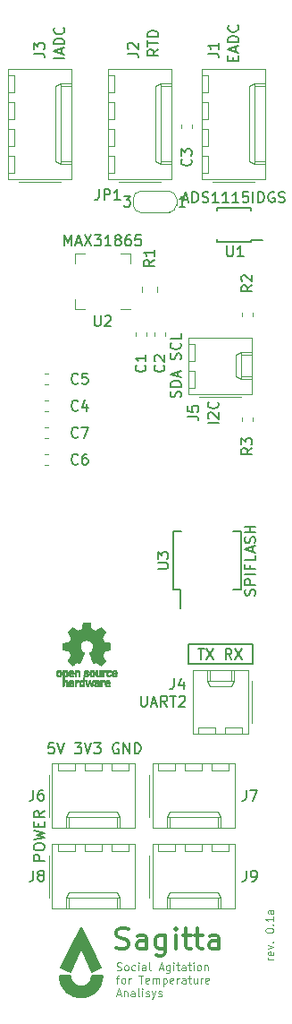
<source format=gbr>
G04 #@! TF.GenerationSoftware,KiCad,Pcbnew,(5.0.1-3-g963ef8bb5)*
G04 #@! TF.CreationDate,2019-03-13T16:51:20+03:00*
G04 #@! TF.ProjectId,sagitta-shield,736167697474612D736869656C642E6B,rev?*
G04 #@! TF.SameCoordinates,Original*
G04 #@! TF.FileFunction,Legend,Top*
G04 #@! TF.FilePolarity,Positive*
%FSLAX46Y46*%
G04 Gerber Fmt 4.6, Leading zero omitted, Abs format (unit mm)*
G04 Created by KiCad (PCBNEW (5.0.1-3-g963ef8bb5)) date 2019 March 13, Wednesday 16:51:20*
%MOMM*%
%LPD*%
G01*
G04 APERTURE LIST*
%ADD10C,0.100000*%
%ADD11C,0.150000*%
%ADD12C,0.300000*%
%ADD13C,0.120000*%
%ADD14C,0.010000*%
G04 APERTURE END LIST*
D10*
X168741285Y-123200428D02*
X168241285Y-123200428D01*
X168384142Y-123200428D02*
X168312714Y-123164714D01*
X168277000Y-123129000D01*
X168241285Y-123057571D01*
X168241285Y-122986142D01*
X168705571Y-122450428D02*
X168741285Y-122521857D01*
X168741285Y-122664714D01*
X168705571Y-122736142D01*
X168634142Y-122771857D01*
X168348428Y-122771857D01*
X168277000Y-122736142D01*
X168241285Y-122664714D01*
X168241285Y-122521857D01*
X168277000Y-122450428D01*
X168348428Y-122414714D01*
X168419857Y-122414714D01*
X168491285Y-122771857D01*
X168241285Y-122164714D02*
X168741285Y-121986142D01*
X168241285Y-121807571D01*
X168669857Y-121521857D02*
X168705571Y-121486142D01*
X168741285Y-121521857D01*
X168705571Y-121557571D01*
X168669857Y-121521857D01*
X168741285Y-121521857D01*
X167991285Y-120450428D02*
X167991285Y-120379000D01*
X168027000Y-120307571D01*
X168062714Y-120271857D01*
X168134142Y-120236142D01*
X168277000Y-120200428D01*
X168455571Y-120200428D01*
X168598428Y-120236142D01*
X168669857Y-120271857D01*
X168705571Y-120307571D01*
X168741285Y-120379000D01*
X168741285Y-120450428D01*
X168705571Y-120521857D01*
X168669857Y-120557571D01*
X168598428Y-120593285D01*
X168455571Y-120629000D01*
X168277000Y-120629000D01*
X168134142Y-120593285D01*
X168062714Y-120557571D01*
X168027000Y-120521857D01*
X167991285Y-120450428D01*
X168669857Y-119879000D02*
X168705571Y-119843285D01*
X168741285Y-119879000D01*
X168705571Y-119914714D01*
X168669857Y-119879000D01*
X168741285Y-119879000D01*
X168741285Y-119129000D02*
X168741285Y-119557571D01*
X168741285Y-119343285D02*
X167991285Y-119343285D01*
X168098428Y-119414714D01*
X168169857Y-119486142D01*
X168205571Y-119557571D01*
X168741285Y-118486142D02*
X168348428Y-118486142D01*
X168277000Y-118521857D01*
X168241285Y-118593285D01*
X168241285Y-118736142D01*
X168277000Y-118807571D01*
X168705571Y-118486142D02*
X168741285Y-118557571D01*
X168741285Y-118736142D01*
X168705571Y-118807571D01*
X168634142Y-118843285D01*
X168562714Y-118843285D01*
X168491285Y-118807571D01*
X168455571Y-118736142D01*
X168455571Y-118557571D01*
X168419857Y-118486142D01*
X153877857Y-124173571D02*
X153985000Y-124209285D01*
X154163571Y-124209285D01*
X154235000Y-124173571D01*
X154270714Y-124137857D01*
X154306428Y-124066428D01*
X154306428Y-123995000D01*
X154270714Y-123923571D01*
X154235000Y-123887857D01*
X154163571Y-123852142D01*
X154020714Y-123816428D01*
X153949285Y-123780714D01*
X153913571Y-123745000D01*
X153877857Y-123673571D01*
X153877857Y-123602142D01*
X153913571Y-123530714D01*
X153949285Y-123495000D01*
X154020714Y-123459285D01*
X154199285Y-123459285D01*
X154306428Y-123495000D01*
X154735000Y-124209285D02*
X154663571Y-124173571D01*
X154627857Y-124137857D01*
X154592142Y-124066428D01*
X154592142Y-123852142D01*
X154627857Y-123780714D01*
X154663571Y-123745000D01*
X154735000Y-123709285D01*
X154842142Y-123709285D01*
X154913571Y-123745000D01*
X154949285Y-123780714D01*
X154985000Y-123852142D01*
X154985000Y-124066428D01*
X154949285Y-124137857D01*
X154913571Y-124173571D01*
X154842142Y-124209285D01*
X154735000Y-124209285D01*
X155627857Y-124173571D02*
X155556428Y-124209285D01*
X155413571Y-124209285D01*
X155342142Y-124173571D01*
X155306428Y-124137857D01*
X155270714Y-124066428D01*
X155270714Y-123852142D01*
X155306428Y-123780714D01*
X155342142Y-123745000D01*
X155413571Y-123709285D01*
X155556428Y-123709285D01*
X155627857Y-123745000D01*
X155949285Y-124209285D02*
X155949285Y-123709285D01*
X155949285Y-123459285D02*
X155913571Y-123495000D01*
X155949285Y-123530714D01*
X155985000Y-123495000D01*
X155949285Y-123459285D01*
X155949285Y-123530714D01*
X156627857Y-124209285D02*
X156627857Y-123816428D01*
X156592142Y-123745000D01*
X156520714Y-123709285D01*
X156377857Y-123709285D01*
X156306428Y-123745000D01*
X156627857Y-124173571D02*
X156556428Y-124209285D01*
X156377857Y-124209285D01*
X156306428Y-124173571D01*
X156270714Y-124102142D01*
X156270714Y-124030714D01*
X156306428Y-123959285D01*
X156377857Y-123923571D01*
X156556428Y-123923571D01*
X156627857Y-123887857D01*
X157092142Y-124209285D02*
X157020714Y-124173571D01*
X156985000Y-124102142D01*
X156985000Y-123459285D01*
X157913571Y-123995000D02*
X158270714Y-123995000D01*
X157842142Y-124209285D02*
X158092142Y-123459285D01*
X158342142Y-124209285D01*
X158913571Y-123709285D02*
X158913571Y-124316428D01*
X158877857Y-124387857D01*
X158842142Y-124423571D01*
X158770714Y-124459285D01*
X158663571Y-124459285D01*
X158592142Y-124423571D01*
X158913571Y-124173571D02*
X158842142Y-124209285D01*
X158699285Y-124209285D01*
X158627857Y-124173571D01*
X158592142Y-124137857D01*
X158556428Y-124066428D01*
X158556428Y-123852142D01*
X158592142Y-123780714D01*
X158627857Y-123745000D01*
X158699285Y-123709285D01*
X158842142Y-123709285D01*
X158913571Y-123745000D01*
X159270714Y-124209285D02*
X159270714Y-123709285D01*
X159270714Y-123459285D02*
X159235000Y-123495000D01*
X159270714Y-123530714D01*
X159306428Y-123495000D01*
X159270714Y-123459285D01*
X159270714Y-123530714D01*
X159520714Y-123709285D02*
X159806428Y-123709285D01*
X159627857Y-123459285D02*
X159627857Y-124102142D01*
X159663571Y-124173571D01*
X159735000Y-124209285D01*
X159806428Y-124209285D01*
X160377857Y-124209285D02*
X160377857Y-123816428D01*
X160342142Y-123745000D01*
X160270714Y-123709285D01*
X160127857Y-123709285D01*
X160056428Y-123745000D01*
X160377857Y-124173571D02*
X160306428Y-124209285D01*
X160127857Y-124209285D01*
X160056428Y-124173571D01*
X160020714Y-124102142D01*
X160020714Y-124030714D01*
X160056428Y-123959285D01*
X160127857Y-123923571D01*
X160306428Y-123923571D01*
X160377857Y-123887857D01*
X160627857Y-123709285D02*
X160913571Y-123709285D01*
X160735000Y-123459285D02*
X160735000Y-124102142D01*
X160770714Y-124173571D01*
X160842142Y-124209285D01*
X160913571Y-124209285D01*
X161163571Y-124209285D02*
X161163571Y-123709285D01*
X161163571Y-123459285D02*
X161127857Y-123495000D01*
X161163571Y-123530714D01*
X161199285Y-123495000D01*
X161163571Y-123459285D01*
X161163571Y-123530714D01*
X161627857Y-124209285D02*
X161556428Y-124173571D01*
X161520714Y-124137857D01*
X161485000Y-124066428D01*
X161485000Y-123852142D01*
X161520714Y-123780714D01*
X161556428Y-123745000D01*
X161627857Y-123709285D01*
X161735000Y-123709285D01*
X161806428Y-123745000D01*
X161842142Y-123780714D01*
X161877857Y-123852142D01*
X161877857Y-124066428D01*
X161842142Y-124137857D01*
X161806428Y-124173571D01*
X161735000Y-124209285D01*
X161627857Y-124209285D01*
X162199285Y-123709285D02*
X162199285Y-124209285D01*
X162199285Y-123780714D02*
X162235000Y-123745000D01*
X162306428Y-123709285D01*
X162413571Y-123709285D01*
X162485000Y-123745000D01*
X162520714Y-123816428D01*
X162520714Y-124209285D01*
X153806428Y-124934285D02*
X154092142Y-124934285D01*
X153913571Y-125434285D02*
X153913571Y-124791428D01*
X153949285Y-124720000D01*
X154020714Y-124684285D01*
X154092142Y-124684285D01*
X154449285Y-125434285D02*
X154377857Y-125398571D01*
X154342142Y-125362857D01*
X154306428Y-125291428D01*
X154306428Y-125077142D01*
X154342142Y-125005714D01*
X154377857Y-124970000D01*
X154449285Y-124934285D01*
X154556428Y-124934285D01*
X154627857Y-124970000D01*
X154663571Y-125005714D01*
X154699285Y-125077142D01*
X154699285Y-125291428D01*
X154663571Y-125362857D01*
X154627857Y-125398571D01*
X154556428Y-125434285D01*
X154449285Y-125434285D01*
X155020714Y-125434285D02*
X155020714Y-124934285D01*
X155020714Y-125077142D02*
X155056428Y-125005714D01*
X155092142Y-124970000D01*
X155163571Y-124934285D01*
X155235000Y-124934285D01*
X155949285Y-124684285D02*
X156377857Y-124684285D01*
X156163571Y-125434285D02*
X156163571Y-124684285D01*
X156913571Y-125398571D02*
X156842142Y-125434285D01*
X156699285Y-125434285D01*
X156627857Y-125398571D01*
X156592142Y-125327142D01*
X156592142Y-125041428D01*
X156627857Y-124970000D01*
X156699285Y-124934285D01*
X156842142Y-124934285D01*
X156913571Y-124970000D01*
X156949285Y-125041428D01*
X156949285Y-125112857D01*
X156592142Y-125184285D01*
X157270714Y-125434285D02*
X157270714Y-124934285D01*
X157270714Y-125005714D02*
X157306428Y-124970000D01*
X157377857Y-124934285D01*
X157485000Y-124934285D01*
X157556428Y-124970000D01*
X157592142Y-125041428D01*
X157592142Y-125434285D01*
X157592142Y-125041428D02*
X157627857Y-124970000D01*
X157699285Y-124934285D01*
X157806428Y-124934285D01*
X157877857Y-124970000D01*
X157913571Y-125041428D01*
X157913571Y-125434285D01*
X158270714Y-124934285D02*
X158270714Y-125684285D01*
X158270714Y-124970000D02*
X158342142Y-124934285D01*
X158485000Y-124934285D01*
X158556428Y-124970000D01*
X158592142Y-125005714D01*
X158627857Y-125077142D01*
X158627857Y-125291428D01*
X158592142Y-125362857D01*
X158556428Y-125398571D01*
X158485000Y-125434285D01*
X158342142Y-125434285D01*
X158270714Y-125398571D01*
X159235000Y-125398571D02*
X159163571Y-125434285D01*
X159020714Y-125434285D01*
X158949285Y-125398571D01*
X158913571Y-125327142D01*
X158913571Y-125041428D01*
X158949285Y-124970000D01*
X159020714Y-124934285D01*
X159163571Y-124934285D01*
X159235000Y-124970000D01*
X159270714Y-125041428D01*
X159270714Y-125112857D01*
X158913571Y-125184285D01*
X159592142Y-125434285D02*
X159592142Y-124934285D01*
X159592142Y-125077142D02*
X159627857Y-125005714D01*
X159663571Y-124970000D01*
X159735000Y-124934285D01*
X159806428Y-124934285D01*
X160377857Y-125434285D02*
X160377857Y-125041428D01*
X160342142Y-124970000D01*
X160270714Y-124934285D01*
X160127857Y-124934285D01*
X160056428Y-124970000D01*
X160377857Y-125398571D02*
X160306428Y-125434285D01*
X160127857Y-125434285D01*
X160056428Y-125398571D01*
X160020714Y-125327142D01*
X160020714Y-125255714D01*
X160056428Y-125184285D01*
X160127857Y-125148571D01*
X160306428Y-125148571D01*
X160377857Y-125112857D01*
X160627857Y-124934285D02*
X160913571Y-124934285D01*
X160735000Y-124684285D02*
X160735000Y-125327142D01*
X160770714Y-125398571D01*
X160842142Y-125434285D01*
X160913571Y-125434285D01*
X161485000Y-124934285D02*
X161485000Y-125434285D01*
X161163571Y-124934285D02*
X161163571Y-125327142D01*
X161199285Y-125398571D01*
X161270714Y-125434285D01*
X161377857Y-125434285D01*
X161449285Y-125398571D01*
X161485000Y-125362857D01*
X161842142Y-125434285D02*
X161842142Y-124934285D01*
X161842142Y-125077142D02*
X161877857Y-125005714D01*
X161913571Y-124970000D01*
X161985000Y-124934285D01*
X162056428Y-124934285D01*
X162592142Y-125398571D02*
X162520714Y-125434285D01*
X162377857Y-125434285D01*
X162306428Y-125398571D01*
X162270714Y-125327142D01*
X162270714Y-125041428D01*
X162306428Y-124970000D01*
X162377857Y-124934285D01*
X162520714Y-124934285D01*
X162592142Y-124970000D01*
X162627857Y-125041428D01*
X162627857Y-125112857D01*
X162270714Y-125184285D01*
X153877857Y-126445000D02*
X154235000Y-126445000D01*
X153806428Y-126659285D02*
X154056428Y-125909285D01*
X154306428Y-126659285D01*
X154556428Y-126159285D02*
X154556428Y-126659285D01*
X154556428Y-126230714D02*
X154592142Y-126195000D01*
X154663571Y-126159285D01*
X154770714Y-126159285D01*
X154842142Y-126195000D01*
X154877857Y-126266428D01*
X154877857Y-126659285D01*
X155556428Y-126659285D02*
X155556428Y-126266428D01*
X155520714Y-126195000D01*
X155449285Y-126159285D01*
X155306428Y-126159285D01*
X155235000Y-126195000D01*
X155556428Y-126623571D02*
X155485000Y-126659285D01*
X155306428Y-126659285D01*
X155235000Y-126623571D01*
X155199285Y-126552142D01*
X155199285Y-126480714D01*
X155235000Y-126409285D01*
X155306428Y-126373571D01*
X155485000Y-126373571D01*
X155556428Y-126337857D01*
X156020714Y-126659285D02*
X155949285Y-126623571D01*
X155913571Y-126552142D01*
X155913571Y-125909285D01*
X156306428Y-126659285D02*
X156306428Y-126159285D01*
X156306428Y-125909285D02*
X156270714Y-125945000D01*
X156306428Y-125980714D01*
X156342142Y-125945000D01*
X156306428Y-125909285D01*
X156306428Y-125980714D01*
X156627857Y-126623571D02*
X156699285Y-126659285D01*
X156842142Y-126659285D01*
X156913571Y-126623571D01*
X156949285Y-126552142D01*
X156949285Y-126516428D01*
X156913571Y-126445000D01*
X156842142Y-126409285D01*
X156735000Y-126409285D01*
X156663571Y-126373571D01*
X156627857Y-126302142D01*
X156627857Y-126266428D01*
X156663571Y-126195000D01*
X156735000Y-126159285D01*
X156842142Y-126159285D01*
X156913571Y-126195000D01*
X157199285Y-126159285D02*
X157377857Y-126659285D01*
X157556428Y-126159285D02*
X157377857Y-126659285D01*
X157306428Y-126837857D01*
X157270714Y-126873571D01*
X157199285Y-126909285D01*
X157806428Y-126623571D02*
X157877857Y-126659285D01*
X158020714Y-126659285D01*
X158092142Y-126623571D01*
X158127857Y-126552142D01*
X158127857Y-126516428D01*
X158092142Y-126445000D01*
X158020714Y-126409285D01*
X157913571Y-126409285D01*
X157842142Y-126373571D01*
X157806428Y-126302142D01*
X157806428Y-126266428D01*
X157842142Y-126195000D01*
X157913571Y-126159285D01*
X158020714Y-126159285D01*
X158092142Y-126195000D01*
D11*
G36*
X148501100Y-124764800D02*
X149440900Y-124739400D01*
X149593300Y-125222000D01*
X149999700Y-125653800D01*
X150495000Y-125780800D01*
X151117300Y-125603000D01*
X151409400Y-125183900D01*
X151536400Y-124752100D01*
X152527000Y-124739400D01*
X152298400Y-125666500D01*
X151663400Y-126377700D01*
X150926800Y-126695200D01*
X150050500Y-126682500D01*
X149186900Y-126276100D01*
X148602700Y-125450600D01*
X148488400Y-124853700D01*
X148501100Y-124764800D01*
G37*
X148501100Y-124764800D02*
X149440900Y-124739400D01*
X149593300Y-125222000D01*
X149999700Y-125653800D01*
X150495000Y-125780800D01*
X151117300Y-125603000D01*
X151409400Y-125183900D01*
X151536400Y-124752100D01*
X152527000Y-124739400D01*
X152298400Y-125666500D01*
X151663400Y-126377700D01*
X150926800Y-126695200D01*
X150050500Y-126682500D01*
X149186900Y-126276100D01*
X148602700Y-125450600D01*
X148488400Y-124853700D01*
X148501100Y-124764800D01*
G36*
X148590000Y-123952000D02*
X149479000Y-124333000D01*
X150495000Y-122047000D01*
X151511000Y-124333000D01*
X152400000Y-123952000D01*
X150495000Y-120142000D01*
X148590000Y-123952000D01*
G37*
X148590000Y-123952000D02*
X149479000Y-124333000D01*
X150495000Y-122047000D01*
X151511000Y-124333000D01*
X152400000Y-123952000D01*
X150495000Y-120142000D01*
X148590000Y-123952000D01*
X151511000Y-124714000D02*
X152527000Y-124714000D01*
X148463000Y-124714000D02*
X149479000Y-124714000D01*
X151511000Y-124714000D02*
G75*
G02X149479000Y-124714000I-1016000J0D01*
G01*
X152527000Y-124714000D02*
G75*
G02X148463000Y-124714000I-2032000J0D01*
G01*
X152400000Y-123952000D02*
X150495000Y-120142000D01*
X151511000Y-124333000D02*
X152400000Y-123952000D01*
X150495000Y-122047000D02*
X151511000Y-124333000D01*
X149479000Y-124333000D02*
X150495000Y-122047000D01*
X148590000Y-123952000D02*
X149479000Y-124333000D01*
X150495000Y-120142000D02*
X148590000Y-123952000D01*
X160655000Y-93345000D02*
X160655000Y-95250000D01*
X166751000Y-93345000D02*
X160655000Y-93345000D01*
X166751000Y-95250000D02*
X166751000Y-93345000D01*
X166624000Y-95250000D02*
X166751000Y-95250000D01*
X160655000Y-95250000D02*
X166624000Y-95250000D01*
X161583952Y-93813380D02*
X162155380Y-93813380D01*
X161869666Y-94813380D02*
X161869666Y-93813380D01*
X162393476Y-93813380D02*
X163060142Y-94813380D01*
X163060142Y-93813380D02*
X162393476Y-94813380D01*
X164774428Y-94813380D02*
X164441095Y-94337190D01*
X164203000Y-94813380D02*
X164203000Y-93813380D01*
X164583952Y-93813380D01*
X164679190Y-93861000D01*
X164726809Y-93908619D01*
X164774428Y-94003857D01*
X164774428Y-94146714D01*
X164726809Y-94241952D01*
X164679190Y-94289571D01*
X164583952Y-94337190D01*
X164203000Y-94337190D01*
X165107761Y-93813380D02*
X165774428Y-94813380D01*
X165774428Y-93813380D02*
X165107761Y-94813380D01*
X147907857Y-102703380D02*
X147431666Y-102703380D01*
X147384047Y-103179571D01*
X147431666Y-103131952D01*
X147526904Y-103084333D01*
X147765000Y-103084333D01*
X147860238Y-103131952D01*
X147907857Y-103179571D01*
X147955476Y-103274809D01*
X147955476Y-103512904D01*
X147907857Y-103608142D01*
X147860238Y-103655761D01*
X147765000Y-103703380D01*
X147526904Y-103703380D01*
X147431666Y-103655761D01*
X147384047Y-103608142D01*
X148241190Y-102703380D02*
X148574523Y-103703380D01*
X148907857Y-102703380D01*
X149907857Y-102703380D02*
X150526904Y-102703380D01*
X150193571Y-103084333D01*
X150336428Y-103084333D01*
X150431666Y-103131952D01*
X150479285Y-103179571D01*
X150526904Y-103274809D01*
X150526904Y-103512904D01*
X150479285Y-103608142D01*
X150431666Y-103655761D01*
X150336428Y-103703380D01*
X150050714Y-103703380D01*
X149955476Y-103655761D01*
X149907857Y-103608142D01*
X150812619Y-102703380D02*
X151145952Y-103703380D01*
X151479285Y-102703380D01*
X151717380Y-102703380D02*
X152336428Y-102703380D01*
X152003095Y-103084333D01*
X152145952Y-103084333D01*
X152241190Y-103131952D01*
X152288809Y-103179571D01*
X152336428Y-103274809D01*
X152336428Y-103512904D01*
X152288809Y-103608142D01*
X152241190Y-103655761D01*
X152145952Y-103703380D01*
X151860238Y-103703380D01*
X151765000Y-103655761D01*
X151717380Y-103608142D01*
X154050714Y-102751000D02*
X153955476Y-102703380D01*
X153812619Y-102703380D01*
X153669761Y-102751000D01*
X153574523Y-102846238D01*
X153526904Y-102941476D01*
X153479285Y-103131952D01*
X153479285Y-103274809D01*
X153526904Y-103465285D01*
X153574523Y-103560523D01*
X153669761Y-103655761D01*
X153812619Y-103703380D01*
X153907857Y-103703380D01*
X154050714Y-103655761D01*
X154098333Y-103608142D01*
X154098333Y-103274809D01*
X153907857Y-103274809D01*
X154526904Y-103703380D02*
X154526904Y-102703380D01*
X155098333Y-103703380D01*
X155098333Y-102703380D01*
X155574523Y-103703380D02*
X155574523Y-102703380D01*
X155812619Y-102703380D01*
X155955476Y-102751000D01*
X156050714Y-102846238D01*
X156098333Y-102941476D01*
X156145952Y-103131952D01*
X156145952Y-103274809D01*
X156098333Y-103465285D01*
X156050714Y-103560523D01*
X155955476Y-103655761D01*
X155812619Y-103703380D01*
X155574523Y-103703380D01*
X159916761Y-70032190D02*
X159964380Y-69889333D01*
X159964380Y-69651238D01*
X159916761Y-69556000D01*
X159869142Y-69508380D01*
X159773904Y-69460761D01*
X159678666Y-69460761D01*
X159583428Y-69508380D01*
X159535809Y-69556000D01*
X159488190Y-69651238D01*
X159440571Y-69841714D01*
X159392952Y-69936952D01*
X159345333Y-69984571D01*
X159250095Y-70032190D01*
X159154857Y-70032190D01*
X159059619Y-69984571D01*
X159012000Y-69936952D01*
X158964380Y-69841714D01*
X158964380Y-69603619D01*
X159012000Y-69460761D01*
X159964380Y-69032190D02*
X158964380Y-69032190D01*
X158964380Y-68794095D01*
X159012000Y-68651238D01*
X159107238Y-68556000D01*
X159202476Y-68508380D01*
X159392952Y-68460761D01*
X159535809Y-68460761D01*
X159726285Y-68508380D01*
X159821523Y-68556000D01*
X159916761Y-68651238D01*
X159964380Y-68794095D01*
X159964380Y-69032190D01*
X159678666Y-68079809D02*
X159678666Y-67603619D01*
X159964380Y-68175047D02*
X158964380Y-67841714D01*
X159964380Y-67508380D01*
X159916761Y-66460761D02*
X159964380Y-66317904D01*
X159964380Y-66079809D01*
X159916761Y-65984571D01*
X159869142Y-65936952D01*
X159773904Y-65889333D01*
X159678666Y-65889333D01*
X159583428Y-65936952D01*
X159535809Y-65984571D01*
X159488190Y-66079809D01*
X159440571Y-66270285D01*
X159392952Y-66365523D01*
X159345333Y-66413142D01*
X159250095Y-66460761D01*
X159154857Y-66460761D01*
X159059619Y-66413142D01*
X159012000Y-66365523D01*
X158964380Y-66270285D01*
X158964380Y-66032190D01*
X159012000Y-65889333D01*
X159869142Y-64889333D02*
X159916761Y-64936952D01*
X159964380Y-65079809D01*
X159964380Y-65175047D01*
X159916761Y-65317904D01*
X159821523Y-65413142D01*
X159726285Y-65460761D01*
X159535809Y-65508380D01*
X159392952Y-65508380D01*
X159202476Y-65460761D01*
X159107238Y-65413142D01*
X159012000Y-65317904D01*
X158964380Y-65175047D01*
X158964380Y-65079809D01*
X159012000Y-64936952D01*
X159059619Y-64889333D01*
X159964380Y-63984571D02*
X159964380Y-64460761D01*
X158964380Y-64460761D01*
D12*
X153845238Y-122094523D02*
X154130952Y-122189761D01*
X154607142Y-122189761D01*
X154797619Y-122094523D01*
X154892857Y-121999285D01*
X154988095Y-121808809D01*
X154988095Y-121618333D01*
X154892857Y-121427857D01*
X154797619Y-121332619D01*
X154607142Y-121237380D01*
X154226190Y-121142142D01*
X154035714Y-121046904D01*
X153940476Y-120951666D01*
X153845238Y-120761190D01*
X153845238Y-120570714D01*
X153940476Y-120380238D01*
X154035714Y-120285000D01*
X154226190Y-120189761D01*
X154702380Y-120189761D01*
X154988095Y-120285000D01*
X156702380Y-122189761D02*
X156702380Y-121142142D01*
X156607142Y-120951666D01*
X156416666Y-120856428D01*
X156035714Y-120856428D01*
X155845238Y-120951666D01*
X156702380Y-122094523D02*
X156511904Y-122189761D01*
X156035714Y-122189761D01*
X155845238Y-122094523D01*
X155750000Y-121904047D01*
X155750000Y-121713571D01*
X155845238Y-121523095D01*
X156035714Y-121427857D01*
X156511904Y-121427857D01*
X156702380Y-121332619D01*
X158511904Y-120856428D02*
X158511904Y-122475476D01*
X158416666Y-122665952D01*
X158321428Y-122761190D01*
X158130952Y-122856428D01*
X157845238Y-122856428D01*
X157654761Y-122761190D01*
X158511904Y-122094523D02*
X158321428Y-122189761D01*
X157940476Y-122189761D01*
X157750000Y-122094523D01*
X157654761Y-121999285D01*
X157559523Y-121808809D01*
X157559523Y-121237380D01*
X157654761Y-121046904D01*
X157750000Y-120951666D01*
X157940476Y-120856428D01*
X158321428Y-120856428D01*
X158511904Y-120951666D01*
X159464285Y-122189761D02*
X159464285Y-120856428D01*
X159464285Y-120189761D02*
X159369047Y-120285000D01*
X159464285Y-120380238D01*
X159559523Y-120285000D01*
X159464285Y-120189761D01*
X159464285Y-120380238D01*
X160130952Y-120856428D02*
X160892857Y-120856428D01*
X160416666Y-120189761D02*
X160416666Y-121904047D01*
X160511904Y-122094523D01*
X160702380Y-122189761D01*
X160892857Y-122189761D01*
X161273809Y-120856428D02*
X162035714Y-120856428D01*
X161559523Y-120189761D02*
X161559523Y-121904047D01*
X161654761Y-122094523D01*
X161845238Y-122189761D01*
X162035714Y-122189761D01*
X163559523Y-122189761D02*
X163559523Y-121142142D01*
X163464285Y-120951666D01*
X163273809Y-120856428D01*
X162892857Y-120856428D01*
X162702380Y-120951666D01*
X163559523Y-122094523D02*
X163369047Y-122189761D01*
X162892857Y-122189761D01*
X162702380Y-122094523D01*
X162607142Y-121904047D01*
X162607142Y-121713571D01*
X162702380Y-121523095D01*
X162892857Y-121427857D01*
X163369047Y-121427857D01*
X163559523Y-121332619D01*
D13*
G04 #@! TO.C,C1*
X155675464Y-64223181D02*
X155675464Y-63880647D01*
X156695464Y-64223181D02*
X156695464Y-63880647D01*
G04 #@! TO.C,C2*
X158479066Y-64223181D02*
X158479066Y-63880647D01*
X157459066Y-64223181D02*
X157459066Y-63880647D01*
G04 #@! TO.C,C3*
X160018000Y-44607267D02*
X160018000Y-44264733D01*
X161038000Y-44607267D02*
X161038000Y-44264733D01*
G04 #@! TO.C,C4*
X147364267Y-71376000D02*
X147021733Y-71376000D01*
X147364267Y-70356000D02*
X147021733Y-70356000D01*
G04 #@! TO.C,C5*
X147364267Y-67816000D02*
X147021733Y-67816000D01*
X147364267Y-68836000D02*
X147021733Y-68836000D01*
G04 #@! TO.C,C6*
X147364267Y-76456000D02*
X147021733Y-76456000D01*
X147364267Y-75436000D02*
X147021733Y-75436000D01*
G04 #@! TO.C,C7*
X147364267Y-72896000D02*
X147021733Y-72896000D01*
X147364267Y-73916000D02*
X147021733Y-73916000D01*
G04 #@! TO.C,J1*
X162543000Y-39586000D02*
X161943000Y-39586000D01*
X162543000Y-41186000D02*
X162543000Y-39586000D01*
X161943000Y-41186000D02*
X162543000Y-41186000D01*
X162543000Y-42126000D02*
X161943000Y-42126000D01*
X162543000Y-43726000D02*
X162543000Y-42126000D01*
X161943000Y-43726000D02*
X162543000Y-43726000D01*
X162543000Y-44666000D02*
X161943000Y-44666000D01*
X162543000Y-46266000D02*
X162543000Y-44666000D01*
X161943000Y-46266000D02*
X162543000Y-46266000D01*
X162543000Y-47206000D02*
X161943000Y-47206000D01*
X162543000Y-48806000D02*
X162543000Y-47206000D01*
X161943000Y-48806000D02*
X162543000Y-48806000D01*
X167963000Y-40636000D02*
X166963000Y-40636000D01*
X167963000Y-47756000D02*
X166963000Y-47756000D01*
X166433000Y-40636000D02*
X166963000Y-40386000D01*
X166433000Y-47756000D02*
X166433000Y-40636000D01*
X166963000Y-48006000D02*
X166433000Y-47756000D01*
X166963000Y-40386000D02*
X167963000Y-40386000D01*
X166963000Y-48006000D02*
X166963000Y-40386000D01*
X167963000Y-48006000D02*
X166963000Y-48006000D01*
X162973000Y-49676000D02*
X166973000Y-49676000D01*
X161943000Y-39006000D02*
X161943000Y-49386000D01*
X167963000Y-39006000D02*
X161943000Y-39006000D01*
X167963000Y-49386000D02*
X167963000Y-39006000D01*
X161943000Y-49386000D02*
X167963000Y-49386000D01*
G04 #@! TO.C,J2*
X153053000Y-49386000D02*
X159073000Y-49386000D01*
X159073000Y-49386000D02*
X159073000Y-39006000D01*
X159073000Y-39006000D02*
X153053000Y-39006000D01*
X153053000Y-39006000D02*
X153053000Y-49386000D01*
X154083000Y-49676000D02*
X158083000Y-49676000D01*
X159073000Y-48006000D02*
X158073000Y-48006000D01*
X158073000Y-48006000D02*
X158073000Y-40386000D01*
X158073000Y-40386000D02*
X159073000Y-40386000D01*
X158073000Y-48006000D02*
X157543000Y-47756000D01*
X157543000Y-47756000D02*
X157543000Y-40636000D01*
X157543000Y-40636000D02*
X158073000Y-40386000D01*
X159073000Y-47756000D02*
X158073000Y-47756000D01*
X159073000Y-40636000D02*
X158073000Y-40636000D01*
X153053000Y-48806000D02*
X153653000Y-48806000D01*
X153653000Y-48806000D02*
X153653000Y-47206000D01*
X153653000Y-47206000D02*
X153053000Y-47206000D01*
X153053000Y-46266000D02*
X153653000Y-46266000D01*
X153653000Y-46266000D02*
X153653000Y-44666000D01*
X153653000Y-44666000D02*
X153053000Y-44666000D01*
X153053000Y-43726000D02*
X153653000Y-43726000D01*
X153653000Y-43726000D02*
X153653000Y-42126000D01*
X153653000Y-42126000D02*
X153053000Y-42126000D01*
X153053000Y-41186000D02*
X153653000Y-41186000D01*
X153653000Y-41186000D02*
X153653000Y-39586000D01*
X153653000Y-39586000D02*
X153053000Y-39586000D01*
G04 #@! TO.C,J3*
X143528000Y-49386000D02*
X149548000Y-49386000D01*
X149548000Y-49386000D02*
X149548000Y-39006000D01*
X149548000Y-39006000D02*
X143528000Y-39006000D01*
X143528000Y-39006000D02*
X143528000Y-49386000D01*
X144558000Y-49676000D02*
X148558000Y-49676000D01*
X149548000Y-48006000D02*
X148548000Y-48006000D01*
X148548000Y-48006000D02*
X148548000Y-40386000D01*
X148548000Y-40386000D02*
X149548000Y-40386000D01*
X148548000Y-48006000D02*
X148018000Y-47756000D01*
X148018000Y-47756000D02*
X148018000Y-40636000D01*
X148018000Y-40636000D02*
X148548000Y-40386000D01*
X149548000Y-47756000D02*
X148548000Y-47756000D01*
X149548000Y-40636000D02*
X148548000Y-40636000D01*
X143528000Y-48806000D02*
X144128000Y-48806000D01*
X144128000Y-48806000D02*
X144128000Y-47206000D01*
X144128000Y-47206000D02*
X143528000Y-47206000D01*
X143528000Y-46266000D02*
X144128000Y-46266000D01*
X144128000Y-46266000D02*
X144128000Y-44666000D01*
X144128000Y-44666000D02*
X143528000Y-44666000D01*
X143528000Y-43726000D02*
X144128000Y-43726000D01*
X144128000Y-43726000D02*
X144128000Y-42126000D01*
X144128000Y-42126000D02*
X143528000Y-42126000D01*
X143528000Y-41186000D02*
X144128000Y-41186000D01*
X144128000Y-41186000D02*
X144128000Y-39586000D01*
X144128000Y-39586000D02*
X143528000Y-39586000D01*
G04 #@! TO.C,J4*
X166353000Y-101836000D02*
X166353000Y-95816000D01*
X166353000Y-95816000D02*
X161053000Y-95816000D01*
X161053000Y-95816000D02*
X161053000Y-101836000D01*
X161053000Y-101836000D02*
X166353000Y-101836000D01*
X166643000Y-100806000D02*
X166643000Y-96806000D01*
X164973000Y-95816000D02*
X164973000Y-96816000D01*
X164973000Y-96816000D02*
X162433000Y-96816000D01*
X162433000Y-96816000D02*
X162433000Y-95816000D01*
X164973000Y-96816000D02*
X164723000Y-97346000D01*
X164723000Y-97346000D02*
X162683000Y-97346000D01*
X162683000Y-97346000D02*
X162433000Y-96816000D01*
X164723000Y-95816000D02*
X164723000Y-96816000D01*
X162683000Y-95816000D02*
X162683000Y-96816000D01*
X165773000Y-101836000D02*
X165773000Y-101236000D01*
X165773000Y-101236000D02*
X164173000Y-101236000D01*
X164173000Y-101236000D02*
X164173000Y-101836000D01*
X163233000Y-101836000D02*
X163233000Y-101236000D01*
X163233000Y-101236000D02*
X161633000Y-101236000D01*
X161633000Y-101236000D02*
X161633000Y-101836000D01*
G04 #@! TO.C,J5*
X161273000Y-64986000D02*
X160673000Y-64986000D01*
X161273000Y-66586000D02*
X161273000Y-64986000D01*
X160673000Y-66586000D02*
X161273000Y-66586000D01*
X161273000Y-67526000D02*
X160673000Y-67526000D01*
X161273000Y-69126000D02*
X161273000Y-67526000D01*
X160673000Y-69126000D02*
X161273000Y-69126000D01*
X166693000Y-66036000D02*
X165693000Y-66036000D01*
X166693000Y-68076000D02*
X165693000Y-68076000D01*
X165163000Y-66036000D02*
X165693000Y-65786000D01*
X165163000Y-68076000D02*
X165163000Y-66036000D01*
X165693000Y-68326000D02*
X165163000Y-68076000D01*
X165693000Y-65786000D02*
X166693000Y-65786000D01*
X165693000Y-68326000D02*
X165693000Y-65786000D01*
X166693000Y-68326000D02*
X165693000Y-68326000D01*
X161703000Y-69996000D02*
X165703000Y-69996000D01*
X160673000Y-64406000D02*
X160673000Y-69706000D01*
X166693000Y-64406000D02*
X160673000Y-64406000D01*
X166693000Y-69706000D02*
X166693000Y-64406000D01*
X160673000Y-69706000D02*
X166693000Y-69706000D01*
G04 #@! TO.C,J6*
X147718000Y-104666000D02*
X147718000Y-110686000D01*
X147718000Y-110686000D02*
X155558000Y-110686000D01*
X155558000Y-110686000D02*
X155558000Y-104666000D01*
X155558000Y-104666000D02*
X147718000Y-104666000D01*
X147428000Y-105696000D02*
X147428000Y-109696000D01*
X149098000Y-110686000D02*
X149098000Y-109686000D01*
X149098000Y-109686000D02*
X154178000Y-109686000D01*
X154178000Y-109686000D02*
X154178000Y-110686000D01*
X149098000Y-109686000D02*
X149348000Y-109156000D01*
X149348000Y-109156000D02*
X153928000Y-109156000D01*
X153928000Y-109156000D02*
X154178000Y-109686000D01*
X149348000Y-110686000D02*
X149348000Y-109686000D01*
X153928000Y-110686000D02*
X153928000Y-109686000D01*
X148298000Y-104666000D02*
X148298000Y-105266000D01*
X148298000Y-105266000D02*
X149898000Y-105266000D01*
X149898000Y-105266000D02*
X149898000Y-104666000D01*
X150838000Y-104666000D02*
X150838000Y-105266000D01*
X150838000Y-105266000D02*
X152438000Y-105266000D01*
X152438000Y-105266000D02*
X152438000Y-104666000D01*
X153378000Y-104666000D02*
X153378000Y-105266000D01*
X153378000Y-105266000D02*
X154978000Y-105266000D01*
X154978000Y-105266000D02*
X154978000Y-104666000D01*
G04 #@! TO.C,JP1*
X159530000Y-51262000D02*
X159530000Y-51862000D01*
X156080000Y-50562000D02*
X158880000Y-50562000D01*
X155430000Y-51862000D02*
X155430000Y-51262000D01*
X158880000Y-52562000D02*
X156080000Y-52562000D01*
X156130000Y-52562000D02*
G75*
G02X155430000Y-51862000I0J700000D01*
G01*
X155430000Y-51262000D02*
G75*
G02X156130000Y-50562000I700000J0D01*
G01*
X158830000Y-50562000D02*
G75*
G02X159530000Y-51262000I0J-700000D01*
G01*
X159530000Y-51862000D02*
G75*
G02X158830000Y-52562000I-700000J0D01*
G01*
G04 #@! TO.C,R1*
X156262000Y-60087252D02*
X156262000Y-59564748D01*
X157682000Y-60087252D02*
X157682000Y-59564748D01*
G04 #@! TO.C,R2*
X166753000Y-62044733D02*
X166753000Y-62387267D01*
X165733000Y-62044733D02*
X165733000Y-62387267D01*
G04 #@! TO.C,R3*
X166753000Y-72307267D02*
X166753000Y-71964733D01*
X165733000Y-72307267D02*
X165733000Y-71964733D01*
D11*
G04 #@! TO.C,U1*
X166598000Y-55346000D02*
X166598000Y-55171000D01*
X163348000Y-55346000D02*
X163348000Y-55071000D01*
X163348000Y-52096000D02*
X163348000Y-52371000D01*
X166598000Y-52096000D02*
X166598000Y-52371000D01*
X166598000Y-55346000D02*
X163348000Y-55346000D01*
X166598000Y-52096000D02*
X163348000Y-52096000D01*
X166598000Y-55171000D02*
X167673000Y-55171000D01*
G04 #@! TO.C,U3*
X159228000Y-88221000D02*
X159883000Y-88221000D01*
X159228000Y-82721000D02*
X159978000Y-82721000D01*
X165638000Y-82721000D02*
X164888000Y-82721000D01*
X165638000Y-88221000D02*
X164888000Y-88221000D01*
X159228000Y-88221000D02*
X159228000Y-82721000D01*
X165638000Y-88221000D02*
X165638000Y-82721000D01*
X159883000Y-88221000D02*
X159883000Y-89971000D01*
D13*
G04 #@! TO.C,J7*
X164503000Y-105266000D02*
X164503000Y-104666000D01*
X162903000Y-105266000D02*
X164503000Y-105266000D01*
X162903000Y-104666000D02*
X162903000Y-105266000D01*
X161963000Y-105266000D02*
X161963000Y-104666000D01*
X160363000Y-105266000D02*
X161963000Y-105266000D01*
X160363000Y-104666000D02*
X160363000Y-105266000D01*
X159423000Y-105266000D02*
X159423000Y-104666000D01*
X157823000Y-105266000D02*
X159423000Y-105266000D01*
X157823000Y-104666000D02*
X157823000Y-105266000D01*
X163453000Y-110686000D02*
X163453000Y-109686000D01*
X158873000Y-110686000D02*
X158873000Y-109686000D01*
X163453000Y-109156000D02*
X163703000Y-109686000D01*
X158873000Y-109156000D02*
X163453000Y-109156000D01*
X158623000Y-109686000D02*
X158873000Y-109156000D01*
X163703000Y-109686000D02*
X163703000Y-110686000D01*
X158623000Y-109686000D02*
X163703000Y-109686000D01*
X158623000Y-110686000D02*
X158623000Y-109686000D01*
X156953000Y-105696000D02*
X156953000Y-109696000D01*
X165083000Y-104666000D02*
X157243000Y-104666000D01*
X165083000Y-110686000D02*
X165083000Y-104666000D01*
X157243000Y-110686000D02*
X165083000Y-110686000D01*
X157243000Y-104666000D02*
X157243000Y-110686000D01*
G04 #@! TO.C,J8*
X147718000Y-112286000D02*
X147718000Y-118306000D01*
X147718000Y-118306000D02*
X155558000Y-118306000D01*
X155558000Y-118306000D02*
X155558000Y-112286000D01*
X155558000Y-112286000D02*
X147718000Y-112286000D01*
X147428000Y-113316000D02*
X147428000Y-117316000D01*
X149098000Y-118306000D02*
X149098000Y-117306000D01*
X149098000Y-117306000D02*
X154178000Y-117306000D01*
X154178000Y-117306000D02*
X154178000Y-118306000D01*
X149098000Y-117306000D02*
X149348000Y-116776000D01*
X149348000Y-116776000D02*
X153928000Y-116776000D01*
X153928000Y-116776000D02*
X154178000Y-117306000D01*
X149348000Y-118306000D02*
X149348000Y-117306000D01*
X153928000Y-118306000D02*
X153928000Y-117306000D01*
X148298000Y-112286000D02*
X148298000Y-112886000D01*
X148298000Y-112886000D02*
X149898000Y-112886000D01*
X149898000Y-112886000D02*
X149898000Y-112286000D01*
X150838000Y-112286000D02*
X150838000Y-112886000D01*
X150838000Y-112886000D02*
X152438000Y-112886000D01*
X152438000Y-112886000D02*
X152438000Y-112286000D01*
X153378000Y-112286000D02*
X153378000Y-112886000D01*
X153378000Y-112886000D02*
X154978000Y-112886000D01*
X154978000Y-112886000D02*
X154978000Y-112286000D01*
G04 #@! TO.C,J9*
X157243000Y-112286000D02*
X157243000Y-118306000D01*
X157243000Y-118306000D02*
X165083000Y-118306000D01*
X165083000Y-118306000D02*
X165083000Y-112286000D01*
X165083000Y-112286000D02*
X157243000Y-112286000D01*
X156953000Y-113316000D02*
X156953000Y-117316000D01*
X158623000Y-118306000D02*
X158623000Y-117306000D01*
X158623000Y-117306000D02*
X163703000Y-117306000D01*
X163703000Y-117306000D02*
X163703000Y-118306000D01*
X158623000Y-117306000D02*
X158873000Y-116776000D01*
X158873000Y-116776000D02*
X163453000Y-116776000D01*
X163453000Y-116776000D02*
X163703000Y-117306000D01*
X158873000Y-118306000D02*
X158873000Y-117306000D01*
X163453000Y-118306000D02*
X163453000Y-117306000D01*
X157823000Y-112286000D02*
X157823000Y-112886000D01*
X157823000Y-112886000D02*
X159423000Y-112886000D01*
X159423000Y-112886000D02*
X159423000Y-112286000D01*
X160363000Y-112286000D02*
X160363000Y-112886000D01*
X160363000Y-112886000D02*
X161963000Y-112886000D01*
X161963000Y-112886000D02*
X161963000Y-112286000D01*
X162903000Y-112286000D02*
X162903000Y-112886000D01*
X162903000Y-112886000D02*
X164503000Y-112886000D01*
X164503000Y-112886000D02*
X164503000Y-112286000D01*
G04 #@! TO.C,U2*
X150817000Y-61665000D02*
X149917000Y-61665000D01*
X149917000Y-61665000D02*
X149917000Y-60765000D01*
X154237000Y-56445000D02*
X155137000Y-56445000D01*
X155137000Y-56445000D02*
X155137000Y-57345000D01*
X150817000Y-56445000D02*
X149917000Y-56445000D01*
X149917000Y-56445000D02*
X149917000Y-57345000D01*
X154237000Y-61665000D02*
X155137000Y-61665000D01*
D14*
G04 #@! TO.C,openhardwarelogo1*
G36*
X151379964Y-91651018D02*
X151436812Y-91952570D01*
X151856338Y-92125512D01*
X152107984Y-91954395D01*
X152178458Y-91906750D01*
X152242163Y-91864210D01*
X152296126Y-91828715D01*
X152337373Y-91802210D01*
X152362934Y-91786636D01*
X152369895Y-91783278D01*
X152382435Y-91791914D01*
X152409231Y-91815792D01*
X152447280Y-91851859D01*
X152493579Y-91897067D01*
X152545123Y-91948364D01*
X152598909Y-92002701D01*
X152651935Y-92057028D01*
X152701195Y-92108295D01*
X152743687Y-92153451D01*
X152776407Y-92189446D01*
X152796351Y-92213230D01*
X152801119Y-92221190D01*
X152794257Y-92235865D01*
X152775020Y-92268014D01*
X152745430Y-92314492D01*
X152707510Y-92372156D01*
X152663282Y-92437860D01*
X152637654Y-92475336D01*
X152590941Y-92543768D01*
X152549432Y-92605520D01*
X152515140Y-92657519D01*
X152490080Y-92696692D01*
X152476264Y-92719965D01*
X152474188Y-92724855D01*
X152478895Y-92738755D01*
X152491723Y-92771150D01*
X152510738Y-92817485D01*
X152534003Y-92873206D01*
X152559584Y-92933758D01*
X152585545Y-92994586D01*
X152609950Y-93051136D01*
X152630863Y-93098852D01*
X152646349Y-93133181D01*
X152654472Y-93149568D01*
X152654952Y-93150212D01*
X152667707Y-93153341D01*
X152701677Y-93160321D01*
X152753340Y-93170467D01*
X152819176Y-93183092D01*
X152895664Y-93197509D01*
X152940290Y-93205823D01*
X153022021Y-93221384D01*
X153095843Y-93236192D01*
X153158021Y-93249436D01*
X153204822Y-93260305D01*
X153232509Y-93267989D01*
X153238074Y-93270427D01*
X153243526Y-93286930D01*
X153247924Y-93324200D01*
X153251272Y-93377880D01*
X153253574Y-93443612D01*
X153254832Y-93517037D01*
X153255048Y-93593796D01*
X153254227Y-93669532D01*
X153252371Y-93739886D01*
X153249482Y-93800500D01*
X153245565Y-93847016D01*
X153240622Y-93875075D01*
X153237657Y-93880916D01*
X153219934Y-93887917D01*
X153182381Y-93897927D01*
X153129964Y-93909769D01*
X153067652Y-93922267D01*
X153045900Y-93926310D01*
X152941024Y-93945520D01*
X152858180Y-93960991D01*
X152794630Y-93973337D01*
X152747637Y-93983173D01*
X152714463Y-93991114D01*
X152692371Y-93997776D01*
X152678624Y-94003773D01*
X152670484Y-94009719D01*
X152669345Y-94010894D01*
X152657977Y-94029826D01*
X152640635Y-94066669D01*
X152619050Y-94116913D01*
X152594954Y-94176046D01*
X152570079Y-94239556D01*
X152546157Y-94302932D01*
X152524919Y-94361662D01*
X152508097Y-94411235D01*
X152497422Y-94447139D01*
X152494627Y-94464862D01*
X152494860Y-94465483D01*
X152504331Y-94479970D01*
X152525818Y-94511844D01*
X152557063Y-94557789D01*
X152595807Y-94614485D01*
X152639793Y-94678617D01*
X152652319Y-94696842D01*
X152696984Y-94762914D01*
X152736288Y-94823200D01*
X152768088Y-94874235D01*
X152790245Y-94912560D01*
X152800617Y-94934711D01*
X152801119Y-94937432D01*
X152792405Y-94951736D01*
X152768325Y-94980072D01*
X152731976Y-95019396D01*
X152686453Y-95066661D01*
X152634852Y-95118823D01*
X152580267Y-95172835D01*
X152525794Y-95225653D01*
X152474529Y-95274231D01*
X152429567Y-95315523D01*
X152394004Y-95346485D01*
X152370935Y-95364070D01*
X152364554Y-95366941D01*
X152349699Y-95360178D01*
X152319286Y-95341939D01*
X152278268Y-95315297D01*
X152246709Y-95293852D01*
X152189525Y-95254503D01*
X152121806Y-95208171D01*
X152053880Y-95161913D01*
X152017361Y-95137155D01*
X151893752Y-95053547D01*
X151789991Y-95109650D01*
X151742720Y-95134228D01*
X151702523Y-95153331D01*
X151675326Y-95164227D01*
X151668402Y-95165743D01*
X151660077Y-95154549D01*
X151643654Y-95122917D01*
X151620357Y-95073765D01*
X151591414Y-95010010D01*
X151558050Y-94934571D01*
X151521491Y-94850364D01*
X151482964Y-94760308D01*
X151443694Y-94667321D01*
X151404908Y-94574320D01*
X151367830Y-94484223D01*
X151333689Y-94399948D01*
X151303708Y-94324413D01*
X151279116Y-94260534D01*
X151261136Y-94211231D01*
X151250997Y-94179421D01*
X151249366Y-94168496D01*
X151262291Y-94154561D01*
X151290589Y-94131940D01*
X151328346Y-94105333D01*
X151331515Y-94103228D01*
X151429100Y-94025114D01*
X151507786Y-93933982D01*
X151566891Y-93832745D01*
X151605732Y-93724318D01*
X151623628Y-93611614D01*
X151619897Y-93497548D01*
X151593857Y-93385034D01*
X151544825Y-93276985D01*
X151530400Y-93253345D01*
X151455369Y-93157887D01*
X151366730Y-93081232D01*
X151267549Y-93023780D01*
X151160895Y-92985929D01*
X151049836Y-92968078D01*
X150937439Y-92970625D01*
X150826773Y-92993970D01*
X150720906Y-93038510D01*
X150622905Y-93104645D01*
X150592590Y-93131487D01*
X150515438Y-93215512D01*
X150459218Y-93303966D01*
X150420653Y-93403115D01*
X150399174Y-93501303D01*
X150393872Y-93611697D01*
X150411552Y-93722640D01*
X150450419Y-93830381D01*
X150508677Y-93931169D01*
X150584531Y-94021256D01*
X150676183Y-94096892D01*
X150688228Y-94104864D01*
X150726389Y-94130974D01*
X150755399Y-94153595D01*
X150769268Y-94168039D01*
X150769469Y-94168496D01*
X150766492Y-94184121D01*
X150754689Y-94219582D01*
X150735286Y-94271962D01*
X150709512Y-94338345D01*
X150678591Y-94415814D01*
X150643751Y-94501450D01*
X150606217Y-94592337D01*
X150567217Y-94685559D01*
X150527977Y-94778197D01*
X150489724Y-94867335D01*
X150453683Y-94950055D01*
X150421083Y-95023441D01*
X150393148Y-95084575D01*
X150371105Y-95130541D01*
X150356182Y-95158421D01*
X150350172Y-95165743D01*
X150331809Y-95160041D01*
X150297448Y-95144749D01*
X150253016Y-95122599D01*
X150228583Y-95109650D01*
X150124822Y-95053547D01*
X150001213Y-95137155D01*
X149938114Y-95179987D01*
X149869030Y-95227122D01*
X149804293Y-95271503D01*
X149771866Y-95293852D01*
X149726259Y-95324477D01*
X149687640Y-95348747D01*
X149661048Y-95363587D01*
X149652410Y-95366724D01*
X149639839Y-95358261D01*
X149612016Y-95334636D01*
X149571639Y-95298302D01*
X149521405Y-95251711D01*
X149464012Y-95197317D01*
X149427714Y-95162392D01*
X149364210Y-95099996D01*
X149309327Y-95044188D01*
X149265286Y-94997354D01*
X149234305Y-94961882D01*
X149218602Y-94940161D01*
X149217095Y-94935752D01*
X149224086Y-94918985D01*
X149243406Y-94885082D01*
X149272909Y-94837476D01*
X149310455Y-94779599D01*
X149353900Y-94714884D01*
X149366255Y-94696842D01*
X149411273Y-94631267D01*
X149451660Y-94572228D01*
X149485160Y-94523042D01*
X149509514Y-94487028D01*
X149522464Y-94467502D01*
X149523715Y-94465483D01*
X149521844Y-94449922D01*
X149511913Y-94415709D01*
X149495653Y-94367355D01*
X149474795Y-94309371D01*
X149451073Y-94246270D01*
X149426216Y-94182563D01*
X149401958Y-94122761D01*
X149380029Y-94071376D01*
X149362162Y-94032919D01*
X149350087Y-94011902D01*
X149349229Y-94010894D01*
X149341846Y-94004888D01*
X149329375Y-93998948D01*
X149309080Y-93992460D01*
X149278222Y-93984809D01*
X149234066Y-93975380D01*
X149173874Y-93963559D01*
X149094907Y-93948729D01*
X148994430Y-93930277D01*
X148972675Y-93926310D01*
X148908198Y-93913853D01*
X148851989Y-93901666D01*
X148809013Y-93890926D01*
X148784240Y-93882809D01*
X148780918Y-93880916D01*
X148775444Y-93864138D01*
X148770994Y-93826645D01*
X148767572Y-93772794D01*
X148765181Y-93706944D01*
X148763823Y-93633453D01*
X148763501Y-93556680D01*
X148764219Y-93480983D01*
X148765979Y-93410720D01*
X148768784Y-93350250D01*
X148772638Y-93303930D01*
X148777543Y-93276119D01*
X148780500Y-93270427D01*
X148796963Y-93264686D01*
X148834449Y-93255345D01*
X148889225Y-93243215D01*
X148957555Y-93229107D01*
X149035706Y-93213830D01*
X149078284Y-93205823D01*
X149159071Y-93190721D01*
X149231113Y-93177040D01*
X149290889Y-93165467D01*
X149334879Y-93156687D01*
X149359561Y-93151387D01*
X149363623Y-93150212D01*
X149370489Y-93136965D01*
X149385002Y-93105057D01*
X149405229Y-93059047D01*
X149429234Y-93003492D01*
X149455082Y-92942953D01*
X149480840Y-92881986D01*
X149504573Y-92825151D01*
X149524346Y-92777006D01*
X149538224Y-92742110D01*
X149544274Y-92725021D01*
X149544386Y-92724274D01*
X149537528Y-92710793D01*
X149518302Y-92679770D01*
X149488728Y-92634289D01*
X149450827Y-92577432D01*
X149406620Y-92512283D01*
X149380921Y-92474862D01*
X149334093Y-92406247D01*
X149292501Y-92343952D01*
X149258175Y-92291129D01*
X149233143Y-92250927D01*
X149219435Y-92226500D01*
X149217456Y-92221024D01*
X149225966Y-92208278D01*
X149249493Y-92181063D01*
X149285032Y-92142428D01*
X149329577Y-92095423D01*
X149380123Y-92043095D01*
X149433664Y-91988495D01*
X149487195Y-91934670D01*
X149537711Y-91884670D01*
X149582206Y-91841543D01*
X149617675Y-91808339D01*
X149641113Y-91788106D01*
X149648954Y-91783278D01*
X149661720Y-91790067D01*
X149692256Y-91809142D01*
X149737590Y-91838561D01*
X149794756Y-91876381D01*
X149860784Y-91920661D01*
X149910590Y-91954395D01*
X150162236Y-92125512D01*
X150371999Y-92039041D01*
X150581763Y-91952570D01*
X150638611Y-91651018D01*
X150695460Y-91349466D01*
X151323115Y-91349466D01*
X151379964Y-91651018D01*
X151379964Y-91651018D01*
G37*
X151379964Y-91651018D02*
X151436812Y-91952570D01*
X151856338Y-92125512D01*
X152107984Y-91954395D01*
X152178458Y-91906750D01*
X152242163Y-91864210D01*
X152296126Y-91828715D01*
X152337373Y-91802210D01*
X152362934Y-91786636D01*
X152369895Y-91783278D01*
X152382435Y-91791914D01*
X152409231Y-91815792D01*
X152447280Y-91851859D01*
X152493579Y-91897067D01*
X152545123Y-91948364D01*
X152598909Y-92002701D01*
X152651935Y-92057028D01*
X152701195Y-92108295D01*
X152743687Y-92153451D01*
X152776407Y-92189446D01*
X152796351Y-92213230D01*
X152801119Y-92221190D01*
X152794257Y-92235865D01*
X152775020Y-92268014D01*
X152745430Y-92314492D01*
X152707510Y-92372156D01*
X152663282Y-92437860D01*
X152637654Y-92475336D01*
X152590941Y-92543768D01*
X152549432Y-92605520D01*
X152515140Y-92657519D01*
X152490080Y-92696692D01*
X152476264Y-92719965D01*
X152474188Y-92724855D01*
X152478895Y-92738755D01*
X152491723Y-92771150D01*
X152510738Y-92817485D01*
X152534003Y-92873206D01*
X152559584Y-92933758D01*
X152585545Y-92994586D01*
X152609950Y-93051136D01*
X152630863Y-93098852D01*
X152646349Y-93133181D01*
X152654472Y-93149568D01*
X152654952Y-93150212D01*
X152667707Y-93153341D01*
X152701677Y-93160321D01*
X152753340Y-93170467D01*
X152819176Y-93183092D01*
X152895664Y-93197509D01*
X152940290Y-93205823D01*
X153022021Y-93221384D01*
X153095843Y-93236192D01*
X153158021Y-93249436D01*
X153204822Y-93260305D01*
X153232509Y-93267989D01*
X153238074Y-93270427D01*
X153243526Y-93286930D01*
X153247924Y-93324200D01*
X153251272Y-93377880D01*
X153253574Y-93443612D01*
X153254832Y-93517037D01*
X153255048Y-93593796D01*
X153254227Y-93669532D01*
X153252371Y-93739886D01*
X153249482Y-93800500D01*
X153245565Y-93847016D01*
X153240622Y-93875075D01*
X153237657Y-93880916D01*
X153219934Y-93887917D01*
X153182381Y-93897927D01*
X153129964Y-93909769D01*
X153067652Y-93922267D01*
X153045900Y-93926310D01*
X152941024Y-93945520D01*
X152858180Y-93960991D01*
X152794630Y-93973337D01*
X152747637Y-93983173D01*
X152714463Y-93991114D01*
X152692371Y-93997776D01*
X152678624Y-94003773D01*
X152670484Y-94009719D01*
X152669345Y-94010894D01*
X152657977Y-94029826D01*
X152640635Y-94066669D01*
X152619050Y-94116913D01*
X152594954Y-94176046D01*
X152570079Y-94239556D01*
X152546157Y-94302932D01*
X152524919Y-94361662D01*
X152508097Y-94411235D01*
X152497422Y-94447139D01*
X152494627Y-94464862D01*
X152494860Y-94465483D01*
X152504331Y-94479970D01*
X152525818Y-94511844D01*
X152557063Y-94557789D01*
X152595807Y-94614485D01*
X152639793Y-94678617D01*
X152652319Y-94696842D01*
X152696984Y-94762914D01*
X152736288Y-94823200D01*
X152768088Y-94874235D01*
X152790245Y-94912560D01*
X152800617Y-94934711D01*
X152801119Y-94937432D01*
X152792405Y-94951736D01*
X152768325Y-94980072D01*
X152731976Y-95019396D01*
X152686453Y-95066661D01*
X152634852Y-95118823D01*
X152580267Y-95172835D01*
X152525794Y-95225653D01*
X152474529Y-95274231D01*
X152429567Y-95315523D01*
X152394004Y-95346485D01*
X152370935Y-95364070D01*
X152364554Y-95366941D01*
X152349699Y-95360178D01*
X152319286Y-95341939D01*
X152278268Y-95315297D01*
X152246709Y-95293852D01*
X152189525Y-95254503D01*
X152121806Y-95208171D01*
X152053880Y-95161913D01*
X152017361Y-95137155D01*
X151893752Y-95053547D01*
X151789991Y-95109650D01*
X151742720Y-95134228D01*
X151702523Y-95153331D01*
X151675326Y-95164227D01*
X151668402Y-95165743D01*
X151660077Y-95154549D01*
X151643654Y-95122917D01*
X151620357Y-95073765D01*
X151591414Y-95010010D01*
X151558050Y-94934571D01*
X151521491Y-94850364D01*
X151482964Y-94760308D01*
X151443694Y-94667321D01*
X151404908Y-94574320D01*
X151367830Y-94484223D01*
X151333689Y-94399948D01*
X151303708Y-94324413D01*
X151279116Y-94260534D01*
X151261136Y-94211231D01*
X151250997Y-94179421D01*
X151249366Y-94168496D01*
X151262291Y-94154561D01*
X151290589Y-94131940D01*
X151328346Y-94105333D01*
X151331515Y-94103228D01*
X151429100Y-94025114D01*
X151507786Y-93933982D01*
X151566891Y-93832745D01*
X151605732Y-93724318D01*
X151623628Y-93611614D01*
X151619897Y-93497548D01*
X151593857Y-93385034D01*
X151544825Y-93276985D01*
X151530400Y-93253345D01*
X151455369Y-93157887D01*
X151366730Y-93081232D01*
X151267549Y-93023780D01*
X151160895Y-92985929D01*
X151049836Y-92968078D01*
X150937439Y-92970625D01*
X150826773Y-92993970D01*
X150720906Y-93038510D01*
X150622905Y-93104645D01*
X150592590Y-93131487D01*
X150515438Y-93215512D01*
X150459218Y-93303966D01*
X150420653Y-93403115D01*
X150399174Y-93501303D01*
X150393872Y-93611697D01*
X150411552Y-93722640D01*
X150450419Y-93830381D01*
X150508677Y-93931169D01*
X150584531Y-94021256D01*
X150676183Y-94096892D01*
X150688228Y-94104864D01*
X150726389Y-94130974D01*
X150755399Y-94153595D01*
X150769268Y-94168039D01*
X150769469Y-94168496D01*
X150766492Y-94184121D01*
X150754689Y-94219582D01*
X150735286Y-94271962D01*
X150709512Y-94338345D01*
X150678591Y-94415814D01*
X150643751Y-94501450D01*
X150606217Y-94592337D01*
X150567217Y-94685559D01*
X150527977Y-94778197D01*
X150489724Y-94867335D01*
X150453683Y-94950055D01*
X150421083Y-95023441D01*
X150393148Y-95084575D01*
X150371105Y-95130541D01*
X150356182Y-95158421D01*
X150350172Y-95165743D01*
X150331809Y-95160041D01*
X150297448Y-95144749D01*
X150253016Y-95122599D01*
X150228583Y-95109650D01*
X150124822Y-95053547D01*
X150001213Y-95137155D01*
X149938114Y-95179987D01*
X149869030Y-95227122D01*
X149804293Y-95271503D01*
X149771866Y-95293852D01*
X149726259Y-95324477D01*
X149687640Y-95348747D01*
X149661048Y-95363587D01*
X149652410Y-95366724D01*
X149639839Y-95358261D01*
X149612016Y-95334636D01*
X149571639Y-95298302D01*
X149521405Y-95251711D01*
X149464012Y-95197317D01*
X149427714Y-95162392D01*
X149364210Y-95099996D01*
X149309327Y-95044188D01*
X149265286Y-94997354D01*
X149234305Y-94961882D01*
X149218602Y-94940161D01*
X149217095Y-94935752D01*
X149224086Y-94918985D01*
X149243406Y-94885082D01*
X149272909Y-94837476D01*
X149310455Y-94779599D01*
X149353900Y-94714884D01*
X149366255Y-94696842D01*
X149411273Y-94631267D01*
X149451660Y-94572228D01*
X149485160Y-94523042D01*
X149509514Y-94487028D01*
X149522464Y-94467502D01*
X149523715Y-94465483D01*
X149521844Y-94449922D01*
X149511913Y-94415709D01*
X149495653Y-94367355D01*
X149474795Y-94309371D01*
X149451073Y-94246270D01*
X149426216Y-94182563D01*
X149401958Y-94122761D01*
X149380029Y-94071376D01*
X149362162Y-94032919D01*
X149350087Y-94011902D01*
X149349229Y-94010894D01*
X149341846Y-94004888D01*
X149329375Y-93998948D01*
X149309080Y-93992460D01*
X149278222Y-93984809D01*
X149234066Y-93975380D01*
X149173874Y-93963559D01*
X149094907Y-93948729D01*
X148994430Y-93930277D01*
X148972675Y-93926310D01*
X148908198Y-93913853D01*
X148851989Y-93901666D01*
X148809013Y-93890926D01*
X148784240Y-93882809D01*
X148780918Y-93880916D01*
X148775444Y-93864138D01*
X148770994Y-93826645D01*
X148767572Y-93772794D01*
X148765181Y-93706944D01*
X148763823Y-93633453D01*
X148763501Y-93556680D01*
X148764219Y-93480983D01*
X148765979Y-93410720D01*
X148768784Y-93350250D01*
X148772638Y-93303930D01*
X148777543Y-93276119D01*
X148780500Y-93270427D01*
X148796963Y-93264686D01*
X148834449Y-93255345D01*
X148889225Y-93243215D01*
X148957555Y-93229107D01*
X149035706Y-93213830D01*
X149078284Y-93205823D01*
X149159071Y-93190721D01*
X149231113Y-93177040D01*
X149290889Y-93165467D01*
X149334879Y-93156687D01*
X149359561Y-93151387D01*
X149363623Y-93150212D01*
X149370489Y-93136965D01*
X149385002Y-93105057D01*
X149405229Y-93059047D01*
X149429234Y-93003492D01*
X149455082Y-92942953D01*
X149480840Y-92881986D01*
X149504573Y-92825151D01*
X149524346Y-92777006D01*
X149538224Y-92742110D01*
X149544274Y-92725021D01*
X149544386Y-92724274D01*
X149537528Y-92710793D01*
X149518302Y-92679770D01*
X149488728Y-92634289D01*
X149450827Y-92577432D01*
X149406620Y-92512283D01*
X149380921Y-92474862D01*
X149334093Y-92406247D01*
X149292501Y-92343952D01*
X149258175Y-92291129D01*
X149233143Y-92250927D01*
X149219435Y-92226500D01*
X149217456Y-92221024D01*
X149225966Y-92208278D01*
X149249493Y-92181063D01*
X149285032Y-92142428D01*
X149329577Y-92095423D01*
X149380123Y-92043095D01*
X149433664Y-91988495D01*
X149487195Y-91934670D01*
X149537711Y-91884670D01*
X149582206Y-91841543D01*
X149617675Y-91808339D01*
X149641113Y-91788106D01*
X149648954Y-91783278D01*
X149661720Y-91790067D01*
X149692256Y-91809142D01*
X149737590Y-91838561D01*
X149794756Y-91876381D01*
X149860784Y-91920661D01*
X149910590Y-91954395D01*
X150162236Y-92125512D01*
X150371999Y-92039041D01*
X150581763Y-91952570D01*
X150638611Y-91651018D01*
X150695460Y-91349466D01*
X151323115Y-91349466D01*
X151379964Y-91651018D01*
G36*
X152802460Y-95819030D02*
X152845711Y-95832245D01*
X152873558Y-95848941D01*
X152882629Y-95862145D01*
X152880132Y-95877797D01*
X152863931Y-95902385D01*
X152850232Y-95919800D01*
X152821992Y-95951283D01*
X152800775Y-95964529D01*
X152782688Y-95963664D01*
X152729035Y-95950010D01*
X152689630Y-95950630D01*
X152657632Y-95966104D01*
X152646890Y-95975161D01*
X152612505Y-96007027D01*
X152612505Y-96423179D01*
X152474188Y-96423179D01*
X152474188Y-95819614D01*
X152543347Y-95819614D01*
X152584869Y-95821256D01*
X152606291Y-95827087D01*
X152612502Y-95838461D01*
X152612505Y-95838798D01*
X152615439Y-95850713D01*
X152628704Y-95849159D01*
X152647084Y-95840563D01*
X152685046Y-95824568D01*
X152715872Y-95814945D01*
X152755536Y-95812478D01*
X152802460Y-95819030D01*
X152802460Y-95819030D01*
G37*
X152802460Y-95819030D02*
X152845711Y-95832245D01*
X152873558Y-95848941D01*
X152882629Y-95862145D01*
X152880132Y-95877797D01*
X152863931Y-95902385D01*
X152850232Y-95919800D01*
X152821992Y-95951283D01*
X152800775Y-95964529D01*
X152782688Y-95963664D01*
X152729035Y-95950010D01*
X152689630Y-95950630D01*
X152657632Y-95966104D01*
X152646890Y-95975161D01*
X152612505Y-96007027D01*
X152612505Y-96423179D01*
X152474188Y-96423179D01*
X152474188Y-95819614D01*
X152543347Y-95819614D01*
X152584869Y-95821256D01*
X152606291Y-95827087D01*
X152612502Y-95838461D01*
X152612505Y-95838798D01*
X152615439Y-95850713D01*
X152628704Y-95849159D01*
X152647084Y-95840563D01*
X152685046Y-95824568D01*
X152715872Y-95814945D01*
X152755536Y-95812478D01*
X152802460Y-95819030D01*
G36*
X150248988Y-95830002D02*
X150280283Y-95844950D01*
X150310591Y-95866541D01*
X150333682Y-95891391D01*
X150350500Y-95923087D01*
X150361994Y-95965214D01*
X150369109Y-96021358D01*
X150372793Y-96095106D01*
X150373992Y-96190044D01*
X150374011Y-96199985D01*
X150374287Y-96423179D01*
X150235970Y-96423179D01*
X150235970Y-96217418D01*
X150235872Y-96141189D01*
X150235191Y-96085939D01*
X150233349Y-96047501D01*
X150229767Y-96021706D01*
X150223868Y-96004384D01*
X150215073Y-95991368D01*
X150202820Y-95978507D01*
X150159953Y-95950873D01*
X150113157Y-95945745D01*
X150068576Y-95963217D01*
X150053072Y-95976221D01*
X150041690Y-95988447D01*
X150033519Y-96001540D01*
X150028026Y-96019615D01*
X150024680Y-96046787D01*
X150022949Y-96087170D01*
X150022303Y-96144879D01*
X150022208Y-96215132D01*
X150022208Y-96423179D01*
X149883891Y-96423179D01*
X149883891Y-95819614D01*
X149953050Y-95819614D01*
X149994572Y-95821256D01*
X150015994Y-95827087D01*
X150022205Y-95838461D01*
X150022208Y-95838798D01*
X150025090Y-95849938D01*
X150037801Y-95848674D01*
X150063074Y-95836434D01*
X150120395Y-95818424D01*
X150185963Y-95816421D01*
X150248988Y-95830002D01*
X150248988Y-95830002D01*
G37*
X150248988Y-95830002D02*
X150280283Y-95844950D01*
X150310591Y-95866541D01*
X150333682Y-95891391D01*
X150350500Y-95923087D01*
X150361994Y-95965214D01*
X150369109Y-96021358D01*
X150372793Y-96095106D01*
X150373992Y-96190044D01*
X150374011Y-96199985D01*
X150374287Y-96423179D01*
X150235970Y-96423179D01*
X150235970Y-96217418D01*
X150235872Y-96141189D01*
X150235191Y-96085939D01*
X150233349Y-96047501D01*
X150229767Y-96021706D01*
X150223868Y-96004384D01*
X150215073Y-95991368D01*
X150202820Y-95978507D01*
X150159953Y-95950873D01*
X150113157Y-95945745D01*
X150068576Y-95963217D01*
X150053072Y-95976221D01*
X150041690Y-95988447D01*
X150033519Y-96001540D01*
X150028026Y-96019615D01*
X150024680Y-96046787D01*
X150022949Y-96087170D01*
X150022303Y-96144879D01*
X150022208Y-96215132D01*
X150022208Y-96423179D01*
X149883891Y-96423179D01*
X149883891Y-95819614D01*
X149953050Y-95819614D01*
X149994572Y-95821256D01*
X150015994Y-95827087D01*
X150022205Y-95838461D01*
X150022208Y-95838798D01*
X150025090Y-95849938D01*
X150037801Y-95848674D01*
X150063074Y-95836434D01*
X150120395Y-95818424D01*
X150185963Y-95816421D01*
X150248988Y-95830002D01*
G36*
X153680898Y-95817457D02*
X153713096Y-95825279D01*
X153774825Y-95853921D01*
X153827610Y-95897667D01*
X153864141Y-95950117D01*
X153869160Y-95961893D01*
X153876045Y-95992740D01*
X153880864Y-96038371D01*
X153882505Y-96084492D01*
X153882505Y-96171693D01*
X153700178Y-96171693D01*
X153624979Y-96171978D01*
X153572003Y-96173704D01*
X153538325Y-96178181D01*
X153521020Y-96186720D01*
X153517163Y-96200630D01*
X153523829Y-96221222D01*
X153535770Y-96245315D01*
X153569080Y-96285525D01*
X153615368Y-96305558D01*
X153671944Y-96304905D01*
X153736031Y-96283101D01*
X153791417Y-96256193D01*
X153837375Y-96292532D01*
X153883333Y-96328872D01*
X153840096Y-96368819D01*
X153782374Y-96406563D01*
X153711386Y-96429320D01*
X153635029Y-96435688D01*
X153561199Y-96424268D01*
X153549287Y-96420393D01*
X153484399Y-96386506D01*
X153436130Y-96335986D01*
X153403465Y-96267325D01*
X153385385Y-96179014D01*
X153385175Y-96177121D01*
X153383556Y-96080878D01*
X153390100Y-96046542D01*
X153517852Y-96046542D01*
X153529584Y-96051822D01*
X153561438Y-96055867D01*
X153608397Y-96058176D01*
X153638154Y-96058525D01*
X153693648Y-96058306D01*
X153728346Y-96056916D01*
X153746601Y-96053251D01*
X153752766Y-96046210D01*
X153751195Y-96034690D01*
X153749878Y-96030233D01*
X153727382Y-95988355D01*
X153692003Y-95954604D01*
X153660780Y-95939773D01*
X153619301Y-95940668D01*
X153577269Y-95959164D01*
X153542012Y-95989786D01*
X153520854Y-96027062D01*
X153517852Y-96046542D01*
X153390100Y-96046542D01*
X153399690Y-95996229D01*
X153431698Y-95925191D01*
X153477701Y-95869779D01*
X153535821Y-95832009D01*
X153604180Y-95813896D01*
X153680898Y-95817457D01*
X153680898Y-95817457D01*
G37*
X153680898Y-95817457D02*
X153713096Y-95825279D01*
X153774825Y-95853921D01*
X153827610Y-95897667D01*
X153864141Y-95950117D01*
X153869160Y-95961893D01*
X153876045Y-95992740D01*
X153880864Y-96038371D01*
X153882505Y-96084492D01*
X153882505Y-96171693D01*
X153700178Y-96171693D01*
X153624979Y-96171978D01*
X153572003Y-96173704D01*
X153538325Y-96178181D01*
X153521020Y-96186720D01*
X153517163Y-96200630D01*
X153523829Y-96221222D01*
X153535770Y-96245315D01*
X153569080Y-96285525D01*
X153615368Y-96305558D01*
X153671944Y-96304905D01*
X153736031Y-96283101D01*
X153791417Y-96256193D01*
X153837375Y-96292532D01*
X153883333Y-96328872D01*
X153840096Y-96368819D01*
X153782374Y-96406563D01*
X153711386Y-96429320D01*
X153635029Y-96435688D01*
X153561199Y-96424268D01*
X153549287Y-96420393D01*
X153484399Y-96386506D01*
X153436130Y-96335986D01*
X153403465Y-96267325D01*
X153385385Y-96179014D01*
X153385175Y-96177121D01*
X153383556Y-96080878D01*
X153390100Y-96046542D01*
X153517852Y-96046542D01*
X153529584Y-96051822D01*
X153561438Y-96055867D01*
X153608397Y-96058176D01*
X153638154Y-96058525D01*
X153693648Y-96058306D01*
X153728346Y-96056916D01*
X153746601Y-96053251D01*
X153752766Y-96046210D01*
X153751195Y-96034690D01*
X153749878Y-96030233D01*
X153727382Y-95988355D01*
X153692003Y-95954604D01*
X153660780Y-95939773D01*
X153619301Y-95940668D01*
X153577269Y-95959164D01*
X153542012Y-95989786D01*
X153520854Y-96027062D01*
X153517852Y-96046542D01*
X153390100Y-96046542D01*
X153399690Y-95996229D01*
X153431698Y-95925191D01*
X153477701Y-95869779D01*
X153535821Y-95832009D01*
X153604180Y-95813896D01*
X153680898Y-95817457D01*
G36*
X153220226Y-95824880D02*
X153293080Y-95855830D01*
X153316027Y-95870895D01*
X153345354Y-95894048D01*
X153363764Y-95912253D01*
X153366961Y-95918183D01*
X153357935Y-95931340D01*
X153334837Y-95953667D01*
X153316344Y-95969250D01*
X153265728Y-96009926D01*
X153225760Y-95976295D01*
X153194874Y-95954584D01*
X153164759Y-95947090D01*
X153130292Y-95948920D01*
X153075561Y-95962528D01*
X153037886Y-95990772D01*
X153014991Y-96036433D01*
X153004597Y-96102289D01*
X153004595Y-96102331D01*
X153005494Y-96175939D01*
X153019463Y-96229946D01*
X153047328Y-96266716D01*
X153066325Y-96279168D01*
X153116776Y-96294673D01*
X153170663Y-96294683D01*
X153217546Y-96279638D01*
X153228644Y-96272287D01*
X153256476Y-96253511D01*
X153278236Y-96250434D01*
X153301704Y-96264409D01*
X153327649Y-96289510D01*
X153368716Y-96331880D01*
X153323121Y-96369464D01*
X153252674Y-96411882D01*
X153173233Y-96432785D01*
X153090215Y-96431272D01*
X153035694Y-96417411D01*
X152971970Y-96383135D01*
X152921005Y-96329212D01*
X152897851Y-96291149D01*
X152879099Y-96236536D01*
X152869715Y-96167369D01*
X152869643Y-96092407D01*
X152878824Y-96020409D01*
X152897199Y-95960137D01*
X152900093Y-95953958D01*
X152942952Y-95893351D01*
X153000979Y-95849224D01*
X153069591Y-95822493D01*
X153144201Y-95814073D01*
X153220226Y-95824880D01*
X153220226Y-95824880D01*
G37*
X153220226Y-95824880D02*
X153293080Y-95855830D01*
X153316027Y-95870895D01*
X153345354Y-95894048D01*
X153363764Y-95912253D01*
X153366961Y-95918183D01*
X153357935Y-95931340D01*
X153334837Y-95953667D01*
X153316344Y-95969250D01*
X153265728Y-96009926D01*
X153225760Y-95976295D01*
X153194874Y-95954584D01*
X153164759Y-95947090D01*
X153130292Y-95948920D01*
X153075561Y-95962528D01*
X153037886Y-95990772D01*
X153014991Y-96036433D01*
X153004597Y-96102289D01*
X153004595Y-96102331D01*
X153005494Y-96175939D01*
X153019463Y-96229946D01*
X153047328Y-96266716D01*
X153066325Y-96279168D01*
X153116776Y-96294673D01*
X153170663Y-96294683D01*
X153217546Y-96279638D01*
X153228644Y-96272287D01*
X153256476Y-96253511D01*
X153278236Y-96250434D01*
X153301704Y-96264409D01*
X153327649Y-96289510D01*
X153368716Y-96331880D01*
X153323121Y-96369464D01*
X153252674Y-96411882D01*
X153173233Y-96432785D01*
X153090215Y-96431272D01*
X153035694Y-96417411D01*
X152971970Y-96383135D01*
X152921005Y-96329212D01*
X152897851Y-96291149D01*
X152879099Y-96236536D01*
X152869715Y-96167369D01*
X152869643Y-96092407D01*
X152878824Y-96020409D01*
X152897199Y-95960137D01*
X152900093Y-95953958D01*
X152942952Y-95893351D01*
X153000979Y-95849224D01*
X153069591Y-95822493D01*
X153144201Y-95814073D01*
X153220226Y-95824880D01*
G36*
X151996367Y-96015342D02*
X151997555Y-96107563D01*
X152001897Y-96177610D01*
X152010558Y-96228381D01*
X152024704Y-96262772D01*
X152045500Y-96283679D01*
X152074110Y-96294000D01*
X152109535Y-96296636D01*
X152146636Y-96293682D01*
X152174818Y-96282889D01*
X152195243Y-96261360D01*
X152209079Y-96226199D01*
X152217491Y-96174510D01*
X152221643Y-96103394D01*
X152222703Y-96015342D01*
X152222703Y-95819614D01*
X152361020Y-95819614D01*
X152361020Y-96423179D01*
X152291862Y-96423179D01*
X152250170Y-96421489D01*
X152228701Y-96415556D01*
X152222703Y-96404293D01*
X152219091Y-96394261D01*
X152204714Y-96396383D01*
X152175736Y-96410580D01*
X152109319Y-96432480D01*
X152038875Y-96430928D01*
X151971377Y-96407147D01*
X151939233Y-96388362D01*
X151914715Y-96368022D01*
X151896804Y-96342573D01*
X151884479Y-96308458D01*
X151876723Y-96262121D01*
X151872516Y-96200007D01*
X151870840Y-96118561D01*
X151870624Y-96055578D01*
X151870624Y-95819614D01*
X151996367Y-95819614D01*
X151996367Y-96015342D01*
X151996367Y-96015342D01*
G37*
X151996367Y-96015342D02*
X151997555Y-96107563D01*
X152001897Y-96177610D01*
X152010558Y-96228381D01*
X152024704Y-96262772D01*
X152045500Y-96283679D01*
X152074110Y-96294000D01*
X152109535Y-96296636D01*
X152146636Y-96293682D01*
X152174818Y-96282889D01*
X152195243Y-96261360D01*
X152209079Y-96226199D01*
X152217491Y-96174510D01*
X152221643Y-96103394D01*
X152222703Y-96015342D01*
X152222703Y-95819614D01*
X152361020Y-95819614D01*
X152361020Y-96423179D01*
X152291862Y-96423179D01*
X152250170Y-96421489D01*
X152228701Y-96415556D01*
X152222703Y-96404293D01*
X152219091Y-96394261D01*
X152204714Y-96396383D01*
X152175736Y-96410580D01*
X152109319Y-96432480D01*
X152038875Y-96430928D01*
X151971377Y-96407147D01*
X151939233Y-96388362D01*
X151914715Y-96368022D01*
X151896804Y-96342573D01*
X151884479Y-96308458D01*
X151876723Y-96262121D01*
X151872516Y-96200007D01*
X151870840Y-96118561D01*
X151870624Y-96055578D01*
X151870624Y-95819614D01*
X151996367Y-95819614D01*
X151996367Y-96015342D01*
G36*
X151613762Y-95827055D02*
X151677363Y-95861692D01*
X151727123Y-95916372D01*
X151750568Y-95960842D01*
X151760634Y-96000121D01*
X151767156Y-96056116D01*
X151769951Y-96120621D01*
X151768836Y-96185429D01*
X151763626Y-96242334D01*
X151757541Y-96272727D01*
X151737014Y-96314306D01*
X151701463Y-96358468D01*
X151658619Y-96397087D01*
X151616211Y-96422034D01*
X151615177Y-96422430D01*
X151562553Y-96433331D01*
X151500188Y-96433601D01*
X151440924Y-96423676D01*
X151418040Y-96415722D01*
X151359102Y-96382300D01*
X151316890Y-96338511D01*
X151289156Y-96280538D01*
X151273651Y-96204565D01*
X151270143Y-96164771D01*
X151270590Y-96114766D01*
X151405376Y-96114766D01*
X151409917Y-96187732D01*
X151422986Y-96243334D01*
X151443756Y-96278861D01*
X151458552Y-96289020D01*
X151496464Y-96296104D01*
X151541527Y-96294007D01*
X151580487Y-96283812D01*
X151590704Y-96278204D01*
X151617659Y-96245538D01*
X151635451Y-96195545D01*
X151643024Y-96134705D01*
X151639325Y-96069497D01*
X151631057Y-96030253D01*
X151607320Y-95984805D01*
X151569849Y-95956396D01*
X151524720Y-95946573D01*
X151478011Y-95956887D01*
X151442132Y-95982112D01*
X151423277Y-96002925D01*
X151412272Y-96023439D01*
X151407026Y-96051203D01*
X151405449Y-96093762D01*
X151405376Y-96114766D01*
X151270590Y-96114766D01*
X151271094Y-96058580D01*
X151288388Y-95971501D01*
X151322029Y-95903530D01*
X151372018Y-95854664D01*
X151438356Y-95824899D01*
X151452601Y-95821448D01*
X151538210Y-95813345D01*
X151613762Y-95827055D01*
X151613762Y-95827055D01*
G37*
X151613762Y-95827055D02*
X151677363Y-95861692D01*
X151727123Y-95916372D01*
X151750568Y-95960842D01*
X151760634Y-96000121D01*
X151767156Y-96056116D01*
X151769951Y-96120621D01*
X151768836Y-96185429D01*
X151763626Y-96242334D01*
X151757541Y-96272727D01*
X151737014Y-96314306D01*
X151701463Y-96358468D01*
X151658619Y-96397087D01*
X151616211Y-96422034D01*
X151615177Y-96422430D01*
X151562553Y-96433331D01*
X151500188Y-96433601D01*
X151440924Y-96423676D01*
X151418040Y-96415722D01*
X151359102Y-96382300D01*
X151316890Y-96338511D01*
X151289156Y-96280538D01*
X151273651Y-96204565D01*
X151270143Y-96164771D01*
X151270590Y-96114766D01*
X151405376Y-96114766D01*
X151409917Y-96187732D01*
X151422986Y-96243334D01*
X151443756Y-96278861D01*
X151458552Y-96289020D01*
X151496464Y-96296104D01*
X151541527Y-96294007D01*
X151580487Y-96283812D01*
X151590704Y-96278204D01*
X151617659Y-96245538D01*
X151635451Y-96195545D01*
X151643024Y-96134705D01*
X151639325Y-96069497D01*
X151631057Y-96030253D01*
X151607320Y-95984805D01*
X151569849Y-95956396D01*
X151524720Y-95946573D01*
X151478011Y-95956887D01*
X151442132Y-95982112D01*
X151423277Y-96002925D01*
X151412272Y-96023439D01*
X151407026Y-96051203D01*
X151405449Y-96093762D01*
X151405376Y-96114766D01*
X151270590Y-96114766D01*
X151271094Y-96058580D01*
X151288388Y-95971501D01*
X151322029Y-95903530D01*
X151372018Y-95854664D01*
X151438356Y-95824899D01*
X151452601Y-95821448D01*
X151538210Y-95813345D01*
X151613762Y-95827055D01*
G36*
X151017017Y-95817452D02*
X151064634Y-95826482D01*
X151114034Y-95845370D01*
X151119312Y-95847777D01*
X151156774Y-95867476D01*
X151182717Y-95885781D01*
X151191103Y-95897508D01*
X151183117Y-95916632D01*
X151163720Y-95944850D01*
X151155110Y-95955384D01*
X151119628Y-95996847D01*
X151073885Y-95969858D01*
X151030350Y-95951878D01*
X150980050Y-95942267D01*
X150931812Y-95941660D01*
X150894467Y-95950691D01*
X150885505Y-95956327D01*
X150868437Y-95982171D01*
X150866363Y-96011941D01*
X150879134Y-96035197D01*
X150886688Y-96039708D01*
X150909325Y-96045309D01*
X150949115Y-96051892D01*
X150998166Y-96058183D01*
X151007215Y-96059170D01*
X151085996Y-96072798D01*
X151143136Y-96095946D01*
X151181030Y-96130752D01*
X151202079Y-96179354D01*
X151208635Y-96238718D01*
X151199577Y-96306198D01*
X151170164Y-96359188D01*
X151120278Y-96397783D01*
X151049800Y-96422081D01*
X150971565Y-96431667D01*
X150907766Y-96431552D01*
X150856016Y-96422845D01*
X150820673Y-96410825D01*
X150776017Y-96389880D01*
X150734747Y-96365574D01*
X150720079Y-96354876D01*
X150682357Y-96324084D01*
X150727852Y-96278049D01*
X150773347Y-96232013D01*
X150825072Y-96266243D01*
X150876952Y-96291952D01*
X150932351Y-96305399D01*
X150985605Y-96306818D01*
X151031049Y-96296443D01*
X151063016Y-96274507D01*
X151073338Y-96255998D01*
X151071789Y-96226314D01*
X151046140Y-96203615D01*
X150996460Y-96187940D01*
X150942031Y-96180695D01*
X150858264Y-96166873D01*
X150796033Y-96140796D01*
X150754507Y-96101699D01*
X150732853Y-96048820D01*
X150729853Y-95986126D01*
X150744671Y-95920642D01*
X150778454Y-95871144D01*
X150831505Y-95837408D01*
X150904126Y-95819207D01*
X150957928Y-95815639D01*
X151017017Y-95817452D01*
X151017017Y-95817452D01*
G37*
X151017017Y-95817452D02*
X151064634Y-95826482D01*
X151114034Y-95845370D01*
X151119312Y-95847777D01*
X151156774Y-95867476D01*
X151182717Y-95885781D01*
X151191103Y-95897508D01*
X151183117Y-95916632D01*
X151163720Y-95944850D01*
X151155110Y-95955384D01*
X151119628Y-95996847D01*
X151073885Y-95969858D01*
X151030350Y-95951878D01*
X150980050Y-95942267D01*
X150931812Y-95941660D01*
X150894467Y-95950691D01*
X150885505Y-95956327D01*
X150868437Y-95982171D01*
X150866363Y-96011941D01*
X150879134Y-96035197D01*
X150886688Y-96039708D01*
X150909325Y-96045309D01*
X150949115Y-96051892D01*
X150998166Y-96058183D01*
X151007215Y-96059170D01*
X151085996Y-96072798D01*
X151143136Y-96095946D01*
X151181030Y-96130752D01*
X151202079Y-96179354D01*
X151208635Y-96238718D01*
X151199577Y-96306198D01*
X151170164Y-96359188D01*
X151120278Y-96397783D01*
X151049800Y-96422081D01*
X150971565Y-96431667D01*
X150907766Y-96431552D01*
X150856016Y-96422845D01*
X150820673Y-96410825D01*
X150776017Y-96389880D01*
X150734747Y-96365574D01*
X150720079Y-96354876D01*
X150682357Y-96324084D01*
X150727852Y-96278049D01*
X150773347Y-96232013D01*
X150825072Y-96266243D01*
X150876952Y-96291952D01*
X150932351Y-96305399D01*
X150985605Y-96306818D01*
X151031049Y-96296443D01*
X151063016Y-96274507D01*
X151073338Y-96255998D01*
X151071789Y-96226314D01*
X151046140Y-96203615D01*
X150996460Y-96187940D01*
X150942031Y-96180695D01*
X150858264Y-96166873D01*
X150796033Y-96140796D01*
X150754507Y-96101699D01*
X150732853Y-96048820D01*
X150729853Y-95986126D01*
X150744671Y-95920642D01*
X150778454Y-95871144D01*
X150831505Y-95837408D01*
X150904126Y-95819207D01*
X150957928Y-95815639D01*
X151017017Y-95817452D01*
G36*
X149646301Y-95833614D02*
X149658832Y-95839514D01*
X149702201Y-95871283D01*
X149743210Y-95917646D01*
X149773832Y-95968696D01*
X149782541Y-95992166D01*
X149790488Y-96034091D01*
X149795226Y-96084757D01*
X149795801Y-96105679D01*
X149795871Y-96171693D01*
X149415917Y-96171693D01*
X149424017Y-96206273D01*
X149443896Y-96247170D01*
X149478653Y-96282514D01*
X149520002Y-96305282D01*
X149546351Y-96310010D01*
X149582084Y-96304273D01*
X149624718Y-96289882D01*
X149639201Y-96283262D01*
X149692760Y-96256513D01*
X149738467Y-96291376D01*
X149764842Y-96314955D01*
X149778876Y-96334417D01*
X149779586Y-96340129D01*
X149767049Y-96353973D01*
X149739572Y-96375012D01*
X149714634Y-96391425D01*
X149647336Y-96420930D01*
X149571890Y-96434284D01*
X149497112Y-96430812D01*
X149437505Y-96412663D01*
X149376059Y-96373784D01*
X149332392Y-96322595D01*
X149305074Y-96256367D01*
X149292678Y-96172371D01*
X149291579Y-96133936D01*
X149295978Y-96045861D01*
X149296518Y-96043299D01*
X149422418Y-96043299D01*
X149425885Y-96051558D01*
X149440137Y-96056113D01*
X149469530Y-96058065D01*
X149518425Y-96058517D01*
X149537252Y-96058525D01*
X149594533Y-96057843D01*
X149630859Y-96055364D01*
X149650396Y-96050443D01*
X149657310Y-96042434D01*
X149657555Y-96039862D01*
X149649664Y-96019423D01*
X149629915Y-95990789D01*
X149621425Y-95980763D01*
X149589906Y-95952408D01*
X149557051Y-95941259D01*
X149539349Y-95940327D01*
X149491461Y-95951981D01*
X149451301Y-95983285D01*
X149425827Y-96028752D01*
X149425375Y-96030233D01*
X149422418Y-96043299D01*
X149296518Y-96043299D01*
X149310608Y-95976510D01*
X149336962Y-95921025D01*
X149369193Y-95881639D01*
X149428783Y-95838931D01*
X149498832Y-95816109D01*
X149573339Y-95814046D01*
X149646301Y-95833614D01*
X149646301Y-95833614D01*
G37*
X149646301Y-95833614D02*
X149658832Y-95839514D01*
X149702201Y-95871283D01*
X149743210Y-95917646D01*
X149773832Y-95968696D01*
X149782541Y-95992166D01*
X149790488Y-96034091D01*
X149795226Y-96084757D01*
X149795801Y-96105679D01*
X149795871Y-96171693D01*
X149415917Y-96171693D01*
X149424017Y-96206273D01*
X149443896Y-96247170D01*
X149478653Y-96282514D01*
X149520002Y-96305282D01*
X149546351Y-96310010D01*
X149582084Y-96304273D01*
X149624718Y-96289882D01*
X149639201Y-96283262D01*
X149692760Y-96256513D01*
X149738467Y-96291376D01*
X149764842Y-96314955D01*
X149778876Y-96334417D01*
X149779586Y-96340129D01*
X149767049Y-96353973D01*
X149739572Y-96375012D01*
X149714634Y-96391425D01*
X149647336Y-96420930D01*
X149571890Y-96434284D01*
X149497112Y-96430812D01*
X149437505Y-96412663D01*
X149376059Y-96373784D01*
X149332392Y-96322595D01*
X149305074Y-96256367D01*
X149292678Y-96172371D01*
X149291579Y-96133936D01*
X149295978Y-96045861D01*
X149296518Y-96043299D01*
X149422418Y-96043299D01*
X149425885Y-96051558D01*
X149440137Y-96056113D01*
X149469530Y-96058065D01*
X149518425Y-96058517D01*
X149537252Y-96058525D01*
X149594533Y-96057843D01*
X149630859Y-96055364D01*
X149650396Y-96050443D01*
X149657310Y-96042434D01*
X149657555Y-96039862D01*
X149649664Y-96019423D01*
X149629915Y-95990789D01*
X149621425Y-95980763D01*
X149589906Y-95952408D01*
X149557051Y-95941259D01*
X149539349Y-95940327D01*
X149491461Y-95951981D01*
X149451301Y-95983285D01*
X149425827Y-96028752D01*
X149425375Y-96030233D01*
X149422418Y-96043299D01*
X149296518Y-96043299D01*
X149310608Y-95976510D01*
X149336962Y-95921025D01*
X149369193Y-95881639D01*
X149428783Y-95838931D01*
X149498832Y-95816109D01*
X149573339Y-95814046D01*
X149646301Y-95833614D01*
G36*
X148464739Y-95826148D02*
X148530521Y-95855231D01*
X148580460Y-95903793D01*
X148614626Y-95971908D01*
X148633093Y-96059651D01*
X148634417Y-96073351D01*
X148635454Y-96169939D01*
X148622007Y-96254602D01*
X148594892Y-96323221D01*
X148580373Y-96345294D01*
X148529799Y-96392011D01*
X148465391Y-96422268D01*
X148393334Y-96434824D01*
X148319815Y-96428439D01*
X148263928Y-96408772D01*
X148215868Y-96375629D01*
X148176588Y-96332175D01*
X148175908Y-96331158D01*
X148159956Y-96304338D01*
X148149590Y-96277368D01*
X148143312Y-96243332D01*
X148139627Y-96195310D01*
X148138003Y-96155931D01*
X148137328Y-96120219D01*
X148263045Y-96120219D01*
X148264274Y-96155770D01*
X148268734Y-96203094D01*
X148276603Y-96233465D01*
X148290793Y-96255072D01*
X148304083Y-96267694D01*
X148351198Y-96294122D01*
X148400495Y-96297653D01*
X148446407Y-96278639D01*
X148469362Y-96257331D01*
X148485904Y-96235859D01*
X148495579Y-96215313D01*
X148499826Y-96188574D01*
X148500080Y-96148523D01*
X148498772Y-96111638D01*
X148495957Y-96058947D01*
X148491495Y-96024772D01*
X148483452Y-96002480D01*
X148469897Y-95985442D01*
X148459155Y-95975703D01*
X148414223Y-95950123D01*
X148365751Y-95948847D01*
X148325106Y-95963999D01*
X148290433Y-95995642D01*
X148269776Y-96047620D01*
X148263045Y-96120219D01*
X148137328Y-96120219D01*
X148136521Y-96077621D01*
X148139052Y-96019056D01*
X148146638Y-95975007D01*
X148160319Y-95940248D01*
X148181135Y-95909551D01*
X148188853Y-95900436D01*
X148237111Y-95855021D01*
X148288872Y-95828493D01*
X148352172Y-95817379D01*
X148383039Y-95816471D01*
X148464739Y-95826148D01*
X148464739Y-95826148D01*
G37*
X148464739Y-95826148D02*
X148530521Y-95855231D01*
X148580460Y-95903793D01*
X148614626Y-95971908D01*
X148633093Y-96059651D01*
X148634417Y-96073351D01*
X148635454Y-96169939D01*
X148622007Y-96254602D01*
X148594892Y-96323221D01*
X148580373Y-96345294D01*
X148529799Y-96392011D01*
X148465391Y-96422268D01*
X148393334Y-96434824D01*
X148319815Y-96428439D01*
X148263928Y-96408772D01*
X148215868Y-96375629D01*
X148176588Y-96332175D01*
X148175908Y-96331158D01*
X148159956Y-96304338D01*
X148149590Y-96277368D01*
X148143312Y-96243332D01*
X148139627Y-96195310D01*
X148138003Y-96155931D01*
X148137328Y-96120219D01*
X148263045Y-96120219D01*
X148264274Y-96155770D01*
X148268734Y-96203094D01*
X148276603Y-96233465D01*
X148290793Y-96255072D01*
X148304083Y-96267694D01*
X148351198Y-96294122D01*
X148400495Y-96297653D01*
X148446407Y-96278639D01*
X148469362Y-96257331D01*
X148485904Y-96235859D01*
X148495579Y-96215313D01*
X148499826Y-96188574D01*
X148500080Y-96148523D01*
X148498772Y-96111638D01*
X148495957Y-96058947D01*
X148491495Y-96024772D01*
X148483452Y-96002480D01*
X148469897Y-95985442D01*
X148459155Y-95975703D01*
X148414223Y-95950123D01*
X148365751Y-95948847D01*
X148325106Y-95963999D01*
X148290433Y-95995642D01*
X148269776Y-96047620D01*
X148263045Y-96120219D01*
X148137328Y-96120219D01*
X148136521Y-96077621D01*
X148139052Y-96019056D01*
X148146638Y-95975007D01*
X148160319Y-95940248D01*
X148181135Y-95909551D01*
X148188853Y-95900436D01*
X148237111Y-95855021D01*
X148288872Y-95828493D01*
X148352172Y-95817379D01*
X148383039Y-95816471D01*
X148464739Y-95826148D01*
G36*
X153035581Y-96765970D02*
X153095685Y-96781597D01*
X153146021Y-96813848D01*
X153170393Y-96837940D01*
X153210345Y-96894895D01*
X153233242Y-96960965D01*
X153241108Y-97042182D01*
X153241148Y-97048748D01*
X153241218Y-97114763D01*
X152861264Y-97114763D01*
X152869363Y-97149342D01*
X152883987Y-97180659D01*
X152909581Y-97213291D01*
X152914935Y-97218500D01*
X152960943Y-97246694D01*
X153013410Y-97251475D01*
X153073803Y-97232926D01*
X153084040Y-97227931D01*
X153115439Y-97212745D01*
X153136470Y-97204094D01*
X153140139Y-97203293D01*
X153152948Y-97211063D01*
X153177378Y-97230072D01*
X153189779Y-97240460D01*
X153215476Y-97264321D01*
X153223915Y-97280077D01*
X153218058Y-97294571D01*
X153214928Y-97298534D01*
X153193725Y-97315879D01*
X153158738Y-97336959D01*
X153134337Y-97349265D01*
X153065072Y-97370946D01*
X152988388Y-97377971D01*
X152915765Y-97369647D01*
X152895426Y-97363686D01*
X152832476Y-97329952D01*
X152785815Y-97278045D01*
X152755173Y-97207459D01*
X152740282Y-97117692D01*
X152738647Y-97070753D01*
X152743421Y-97002413D01*
X152863990Y-97002413D01*
X152875652Y-97007465D01*
X152906998Y-97011429D01*
X152952571Y-97013768D01*
X152983446Y-97014169D01*
X153038981Y-97013783D01*
X153074033Y-97011975D01*
X153093262Y-97007773D01*
X153101330Y-97000203D01*
X153102901Y-96989218D01*
X153092121Y-96955381D01*
X153064980Y-96921940D01*
X153029277Y-96896272D01*
X152993560Y-96885772D01*
X152945048Y-96895086D01*
X152903053Y-96922013D01*
X152873936Y-96960827D01*
X152863990Y-97002413D01*
X152743421Y-97002413D01*
X152745599Y-96971236D01*
X152767055Y-96891949D01*
X152803470Y-96832263D01*
X152855297Y-96791549D01*
X152922990Y-96769179D01*
X152959662Y-96764871D01*
X153035581Y-96765970D01*
X153035581Y-96765970D01*
G37*
X153035581Y-96765970D02*
X153095685Y-96781597D01*
X153146021Y-96813848D01*
X153170393Y-96837940D01*
X153210345Y-96894895D01*
X153233242Y-96960965D01*
X153241108Y-97042182D01*
X153241148Y-97048748D01*
X153241218Y-97114763D01*
X152861264Y-97114763D01*
X152869363Y-97149342D01*
X152883987Y-97180659D01*
X152909581Y-97213291D01*
X152914935Y-97218500D01*
X152960943Y-97246694D01*
X153013410Y-97251475D01*
X153073803Y-97232926D01*
X153084040Y-97227931D01*
X153115439Y-97212745D01*
X153136470Y-97204094D01*
X153140139Y-97203293D01*
X153152948Y-97211063D01*
X153177378Y-97230072D01*
X153189779Y-97240460D01*
X153215476Y-97264321D01*
X153223915Y-97280077D01*
X153218058Y-97294571D01*
X153214928Y-97298534D01*
X153193725Y-97315879D01*
X153158738Y-97336959D01*
X153134337Y-97349265D01*
X153065072Y-97370946D01*
X152988388Y-97377971D01*
X152915765Y-97369647D01*
X152895426Y-97363686D01*
X152832476Y-97329952D01*
X152785815Y-97278045D01*
X152755173Y-97207459D01*
X152740282Y-97117692D01*
X152738647Y-97070753D01*
X152743421Y-97002413D01*
X152863990Y-97002413D01*
X152875652Y-97007465D01*
X152906998Y-97011429D01*
X152952571Y-97013768D01*
X152983446Y-97014169D01*
X153038981Y-97013783D01*
X153074033Y-97011975D01*
X153093262Y-97007773D01*
X153101330Y-97000203D01*
X153102901Y-96989218D01*
X153092121Y-96955381D01*
X153064980Y-96921940D01*
X153029277Y-96896272D01*
X152993560Y-96885772D01*
X152945048Y-96895086D01*
X152903053Y-96922013D01*
X152873936Y-96960827D01*
X152863990Y-97002413D01*
X152743421Y-97002413D01*
X152745599Y-96971236D01*
X152767055Y-96891949D01*
X152803470Y-96832263D01*
X152855297Y-96791549D01*
X152922990Y-96769179D01*
X152959662Y-96764871D01*
X153035581Y-96765970D01*
G36*
X152638255Y-96762486D02*
X152686595Y-96772015D01*
X152714114Y-96786125D01*
X152743064Y-96809568D01*
X152701876Y-96861571D01*
X152676482Y-96893064D01*
X152659238Y-96908428D01*
X152642102Y-96910776D01*
X152617027Y-96903217D01*
X152605257Y-96898941D01*
X152557270Y-96892631D01*
X152513324Y-96906156D01*
X152481060Y-96936710D01*
X152475819Y-96946452D01*
X152470112Y-96972258D01*
X152465706Y-97019817D01*
X152462811Y-97085758D01*
X152461631Y-97166710D01*
X152461614Y-97178226D01*
X152461614Y-97378822D01*
X152323297Y-97378822D01*
X152323297Y-96762683D01*
X152392456Y-96762683D01*
X152432333Y-96763725D01*
X152453107Y-96768358D01*
X152460789Y-96778849D01*
X152461614Y-96788745D01*
X152461614Y-96814806D01*
X152494745Y-96788745D01*
X152532735Y-96770965D01*
X152583770Y-96762174D01*
X152638255Y-96762486D01*
X152638255Y-96762486D01*
G37*
X152638255Y-96762486D02*
X152686595Y-96772015D01*
X152714114Y-96786125D01*
X152743064Y-96809568D01*
X152701876Y-96861571D01*
X152676482Y-96893064D01*
X152659238Y-96908428D01*
X152642102Y-96910776D01*
X152617027Y-96903217D01*
X152605257Y-96898941D01*
X152557270Y-96892631D01*
X152513324Y-96906156D01*
X152481060Y-96936710D01*
X152475819Y-96946452D01*
X152470112Y-96972258D01*
X152465706Y-97019817D01*
X152462811Y-97085758D01*
X152461631Y-97166710D01*
X152461614Y-97178226D01*
X152461614Y-97378822D01*
X152323297Y-97378822D01*
X152323297Y-96762683D01*
X152392456Y-96762683D01*
X152432333Y-96763725D01*
X152453107Y-96768358D01*
X152460789Y-96778849D01*
X152461614Y-96788745D01*
X152461614Y-96814806D01*
X152494745Y-96788745D01*
X152532735Y-96770965D01*
X152583770Y-96762174D01*
X152638255Y-96762486D01*
G36*
X152041411Y-96766417D02*
X152094411Y-96779290D01*
X152109731Y-96786110D01*
X152139428Y-96803974D01*
X152162220Y-96824093D01*
X152179083Y-96849962D01*
X152190998Y-96885073D01*
X152198942Y-96932920D01*
X152203894Y-96996996D01*
X152206831Y-97080794D01*
X152207947Y-97136768D01*
X152212052Y-97378822D01*
X152141932Y-97378822D01*
X152099393Y-97377038D01*
X152077476Y-97370942D01*
X152071812Y-97360706D01*
X152068821Y-97349637D01*
X152055451Y-97351754D01*
X152037233Y-97360629D01*
X151991624Y-97374233D01*
X151933007Y-97377899D01*
X151871354Y-97371903D01*
X151816638Y-97356521D01*
X151811730Y-97354386D01*
X151761723Y-97319255D01*
X151728756Y-97270419D01*
X151713587Y-97213333D01*
X151714746Y-97192824D01*
X151838508Y-97192824D01*
X151849413Y-97220425D01*
X151881745Y-97240204D01*
X151933910Y-97250819D01*
X151961787Y-97252228D01*
X152008247Y-97248620D01*
X152039129Y-97234597D01*
X152046664Y-97227931D01*
X152067076Y-97191666D01*
X152071812Y-97158773D01*
X152071812Y-97114763D01*
X152010513Y-97114763D01*
X151939256Y-97118395D01*
X151889276Y-97129818D01*
X151857696Y-97149824D01*
X151850626Y-97158743D01*
X151838508Y-97192824D01*
X151714746Y-97192824D01*
X151716971Y-97153456D01*
X151739663Y-97096244D01*
X151770624Y-97057580D01*
X151789376Y-97040864D01*
X151807733Y-97029878D01*
X151831619Y-97023180D01*
X151866957Y-97019326D01*
X151919669Y-97016873D01*
X151940577Y-97016168D01*
X152071812Y-97011879D01*
X152071620Y-96972158D01*
X152066537Y-96930405D01*
X152048162Y-96905158D01*
X152011039Y-96889030D01*
X152010043Y-96888742D01*
X151957410Y-96882400D01*
X151905906Y-96890684D01*
X151867630Y-96910827D01*
X151852272Y-96920773D01*
X151835730Y-96919397D01*
X151810275Y-96904987D01*
X151795328Y-96894817D01*
X151766091Y-96873088D01*
X151747980Y-96856800D01*
X151745074Y-96852137D01*
X151757040Y-96828005D01*
X151792396Y-96799185D01*
X151807753Y-96789461D01*
X151851901Y-96772714D01*
X151911398Y-96763227D01*
X151977487Y-96761095D01*
X152041411Y-96766417D01*
X152041411Y-96766417D01*
G37*
X152041411Y-96766417D02*
X152094411Y-96779290D01*
X152109731Y-96786110D01*
X152139428Y-96803974D01*
X152162220Y-96824093D01*
X152179083Y-96849962D01*
X152190998Y-96885073D01*
X152198942Y-96932920D01*
X152203894Y-96996996D01*
X152206831Y-97080794D01*
X152207947Y-97136768D01*
X152212052Y-97378822D01*
X152141932Y-97378822D01*
X152099393Y-97377038D01*
X152077476Y-97370942D01*
X152071812Y-97360706D01*
X152068821Y-97349637D01*
X152055451Y-97351754D01*
X152037233Y-97360629D01*
X151991624Y-97374233D01*
X151933007Y-97377899D01*
X151871354Y-97371903D01*
X151816638Y-97356521D01*
X151811730Y-97354386D01*
X151761723Y-97319255D01*
X151728756Y-97270419D01*
X151713587Y-97213333D01*
X151714746Y-97192824D01*
X151838508Y-97192824D01*
X151849413Y-97220425D01*
X151881745Y-97240204D01*
X151933910Y-97250819D01*
X151961787Y-97252228D01*
X152008247Y-97248620D01*
X152039129Y-97234597D01*
X152046664Y-97227931D01*
X152067076Y-97191666D01*
X152071812Y-97158773D01*
X152071812Y-97114763D01*
X152010513Y-97114763D01*
X151939256Y-97118395D01*
X151889276Y-97129818D01*
X151857696Y-97149824D01*
X151850626Y-97158743D01*
X151838508Y-97192824D01*
X151714746Y-97192824D01*
X151716971Y-97153456D01*
X151739663Y-97096244D01*
X151770624Y-97057580D01*
X151789376Y-97040864D01*
X151807733Y-97029878D01*
X151831619Y-97023180D01*
X151866957Y-97019326D01*
X151919669Y-97016873D01*
X151940577Y-97016168D01*
X152071812Y-97011879D01*
X152071620Y-96972158D01*
X152066537Y-96930405D01*
X152048162Y-96905158D01*
X152011039Y-96889030D01*
X152010043Y-96888742D01*
X151957410Y-96882400D01*
X151905906Y-96890684D01*
X151867630Y-96910827D01*
X151852272Y-96920773D01*
X151835730Y-96919397D01*
X151810275Y-96904987D01*
X151795328Y-96894817D01*
X151766091Y-96873088D01*
X151747980Y-96856800D01*
X151745074Y-96852137D01*
X151757040Y-96828005D01*
X151792396Y-96799185D01*
X151807753Y-96789461D01*
X151851901Y-96772714D01*
X151911398Y-96763227D01*
X151977487Y-96761095D01*
X152041411Y-96766417D01*
G36*
X151284524Y-96765237D02*
X151334255Y-96768971D01*
X151464291Y-97158773D01*
X151484678Y-97089614D01*
X151496946Y-97046874D01*
X151513085Y-96989115D01*
X151530512Y-96925625D01*
X151539726Y-96891570D01*
X151574388Y-96762683D01*
X151717391Y-96762683D01*
X151674646Y-96897857D01*
X151653596Y-96964342D01*
X151628167Y-97044539D01*
X151601610Y-97128193D01*
X151577902Y-97202782D01*
X151523902Y-97372535D01*
X151465598Y-97376328D01*
X151407295Y-97380122D01*
X151375679Y-97275734D01*
X151356182Y-97210889D01*
X151334904Y-97139400D01*
X151316308Y-97076263D01*
X151315574Y-97073750D01*
X151301684Y-97030969D01*
X151289429Y-97001779D01*
X151280846Y-96990741D01*
X151279082Y-96992018D01*
X151272891Y-97009130D01*
X151261128Y-97045787D01*
X151245225Y-97097378D01*
X151226614Y-97159294D01*
X151216543Y-97193352D01*
X151162007Y-97378822D01*
X151046264Y-97378822D01*
X150953737Y-97086471D01*
X150927744Y-97004462D01*
X150904066Y-96929987D01*
X150883820Y-96866544D01*
X150868126Y-96817632D01*
X150858102Y-96786749D01*
X150855055Y-96777726D01*
X150857467Y-96768487D01*
X150876408Y-96764441D01*
X150915823Y-96764846D01*
X150921993Y-96765152D01*
X150995086Y-96768971D01*
X151042957Y-96945010D01*
X151060553Y-97009211D01*
X151076277Y-97065649D01*
X151088746Y-97109422D01*
X151096574Y-97135630D01*
X151098020Y-97139903D01*
X151104014Y-97134990D01*
X151116101Y-97109532D01*
X151132893Y-97066997D01*
X151153003Y-97010850D01*
X151170003Y-96960130D01*
X151234794Y-96761504D01*
X151284524Y-96765237D01*
X151284524Y-96765237D01*
G37*
X151284524Y-96765237D02*
X151334255Y-96768971D01*
X151464291Y-97158773D01*
X151484678Y-97089614D01*
X151496946Y-97046874D01*
X151513085Y-96989115D01*
X151530512Y-96925625D01*
X151539726Y-96891570D01*
X151574388Y-96762683D01*
X151717391Y-96762683D01*
X151674646Y-96897857D01*
X151653596Y-96964342D01*
X151628167Y-97044539D01*
X151601610Y-97128193D01*
X151577902Y-97202782D01*
X151523902Y-97372535D01*
X151465598Y-97376328D01*
X151407295Y-97380122D01*
X151375679Y-97275734D01*
X151356182Y-97210889D01*
X151334904Y-97139400D01*
X151316308Y-97076263D01*
X151315574Y-97073750D01*
X151301684Y-97030969D01*
X151289429Y-97001779D01*
X151280846Y-96990741D01*
X151279082Y-96992018D01*
X151272891Y-97009130D01*
X151261128Y-97045787D01*
X151245225Y-97097378D01*
X151226614Y-97159294D01*
X151216543Y-97193352D01*
X151162007Y-97378822D01*
X151046264Y-97378822D01*
X150953737Y-97086471D01*
X150927744Y-97004462D01*
X150904066Y-96929987D01*
X150883820Y-96866544D01*
X150868126Y-96817632D01*
X150858102Y-96786749D01*
X150855055Y-96777726D01*
X150857467Y-96768487D01*
X150876408Y-96764441D01*
X150915823Y-96764846D01*
X150921993Y-96765152D01*
X150995086Y-96768971D01*
X151042957Y-96945010D01*
X151060553Y-97009211D01*
X151076277Y-97065649D01*
X151088746Y-97109422D01*
X151096574Y-97135630D01*
X151098020Y-97139903D01*
X151104014Y-97134990D01*
X151116101Y-97109532D01*
X151132893Y-97066997D01*
X151153003Y-97010850D01*
X151170003Y-96960130D01*
X151234794Y-96761504D01*
X151284524Y-96765237D01*
G36*
X150801812Y-97378822D02*
X150732654Y-97378822D01*
X150692512Y-97377645D01*
X150671606Y-97372772D01*
X150664078Y-97362186D01*
X150663495Y-97355029D01*
X150662226Y-97340676D01*
X150654221Y-97337923D01*
X150633185Y-97346771D01*
X150616827Y-97355029D01*
X150554023Y-97374597D01*
X150485752Y-97375729D01*
X150430248Y-97361135D01*
X150378562Y-97325877D01*
X150339162Y-97273835D01*
X150317587Y-97212450D01*
X150317038Y-97209018D01*
X150313833Y-97171571D01*
X150312239Y-97117813D01*
X150312367Y-97077155D01*
X150449721Y-97077155D01*
X150452903Y-97131194D01*
X150460141Y-97175735D01*
X150469940Y-97200888D01*
X150507011Y-97235260D01*
X150551026Y-97247582D01*
X150596416Y-97237618D01*
X150635203Y-97207895D01*
X150649892Y-97187905D01*
X150658481Y-97164050D01*
X150662504Y-97129230D01*
X150663495Y-97076930D01*
X150661722Y-97025139D01*
X150657037Y-96979634D01*
X150650397Y-96949181D01*
X150649290Y-96946452D01*
X150622509Y-96914000D01*
X150583421Y-96896183D01*
X150539685Y-96893306D01*
X150498962Y-96905674D01*
X150468913Y-96933593D01*
X150465796Y-96939148D01*
X150456039Y-96973022D01*
X150450723Y-97021728D01*
X150449721Y-97077155D01*
X150312367Y-97077155D01*
X150312432Y-97056540D01*
X150313336Y-97023563D01*
X150319486Y-96941981D01*
X150332267Y-96880730D01*
X150353529Y-96835449D01*
X150385122Y-96801779D01*
X150415793Y-96782014D01*
X150458646Y-96768120D01*
X150511944Y-96763354D01*
X150566520Y-96767236D01*
X150613208Y-96779282D01*
X150637876Y-96793693D01*
X150663495Y-96816878D01*
X150663495Y-96523773D01*
X150801812Y-96523773D01*
X150801812Y-97378822D01*
X150801812Y-97378822D01*
G37*
X150801812Y-97378822D02*
X150732654Y-97378822D01*
X150692512Y-97377645D01*
X150671606Y-97372772D01*
X150664078Y-97362186D01*
X150663495Y-97355029D01*
X150662226Y-97340676D01*
X150654221Y-97337923D01*
X150633185Y-97346771D01*
X150616827Y-97355029D01*
X150554023Y-97374597D01*
X150485752Y-97375729D01*
X150430248Y-97361135D01*
X150378562Y-97325877D01*
X150339162Y-97273835D01*
X150317587Y-97212450D01*
X150317038Y-97209018D01*
X150313833Y-97171571D01*
X150312239Y-97117813D01*
X150312367Y-97077155D01*
X150449721Y-97077155D01*
X150452903Y-97131194D01*
X150460141Y-97175735D01*
X150469940Y-97200888D01*
X150507011Y-97235260D01*
X150551026Y-97247582D01*
X150596416Y-97237618D01*
X150635203Y-97207895D01*
X150649892Y-97187905D01*
X150658481Y-97164050D01*
X150662504Y-97129230D01*
X150663495Y-97076930D01*
X150661722Y-97025139D01*
X150657037Y-96979634D01*
X150650397Y-96949181D01*
X150649290Y-96946452D01*
X150622509Y-96914000D01*
X150583421Y-96896183D01*
X150539685Y-96893306D01*
X150498962Y-96905674D01*
X150468913Y-96933593D01*
X150465796Y-96939148D01*
X150456039Y-96973022D01*
X150450723Y-97021728D01*
X150449721Y-97077155D01*
X150312367Y-97077155D01*
X150312432Y-97056540D01*
X150313336Y-97023563D01*
X150319486Y-96941981D01*
X150332267Y-96880730D01*
X150353529Y-96835449D01*
X150385122Y-96801779D01*
X150415793Y-96782014D01*
X150458646Y-96768120D01*
X150511944Y-96763354D01*
X150566520Y-96767236D01*
X150613208Y-96779282D01*
X150637876Y-96793693D01*
X150663495Y-96816878D01*
X150663495Y-96523773D01*
X150801812Y-96523773D01*
X150801812Y-97378822D01*
G36*
X150009644Y-96764020D02*
X150028461Y-96769660D01*
X150034527Y-96782053D01*
X150034782Y-96787647D01*
X150035871Y-96803230D01*
X150043368Y-96805676D01*
X150063619Y-96794993D01*
X150075649Y-96787694D01*
X150113600Y-96772063D01*
X150158928Y-96764334D01*
X150206456Y-96763740D01*
X150251005Y-96769513D01*
X150287398Y-96780884D01*
X150310457Y-96797088D01*
X150315004Y-96817355D01*
X150312709Y-96822843D01*
X150295980Y-96845626D01*
X150270037Y-96873647D01*
X150265345Y-96878177D01*
X150240617Y-96899005D01*
X150219282Y-96905735D01*
X150189445Y-96901038D01*
X150177492Y-96897917D01*
X150140295Y-96890421D01*
X150114141Y-96893792D01*
X150092054Y-96905681D01*
X150071822Y-96921635D01*
X150056921Y-96941700D01*
X150046566Y-96969702D01*
X150039971Y-97009467D01*
X150036351Y-97064823D01*
X150034922Y-97139594D01*
X150034782Y-97184740D01*
X150034782Y-97378822D01*
X149909040Y-97378822D01*
X149909040Y-96762683D01*
X149971911Y-96762683D01*
X150009644Y-96764020D01*
X150009644Y-96764020D01*
G37*
X150009644Y-96764020D02*
X150028461Y-96769660D01*
X150034527Y-96782053D01*
X150034782Y-96787647D01*
X150035871Y-96803230D01*
X150043368Y-96805676D01*
X150063619Y-96794993D01*
X150075649Y-96787694D01*
X150113600Y-96772063D01*
X150158928Y-96764334D01*
X150206456Y-96763740D01*
X150251005Y-96769513D01*
X150287398Y-96780884D01*
X150310457Y-96797088D01*
X150315004Y-96817355D01*
X150312709Y-96822843D01*
X150295980Y-96845626D01*
X150270037Y-96873647D01*
X150265345Y-96878177D01*
X150240617Y-96899005D01*
X150219282Y-96905735D01*
X150189445Y-96901038D01*
X150177492Y-96897917D01*
X150140295Y-96890421D01*
X150114141Y-96893792D01*
X150092054Y-96905681D01*
X150071822Y-96921635D01*
X150056921Y-96941700D01*
X150046566Y-96969702D01*
X150039971Y-97009467D01*
X150036351Y-97064823D01*
X150034922Y-97139594D01*
X150034782Y-97184740D01*
X150034782Y-97378822D01*
X149909040Y-97378822D01*
X149909040Y-96762683D01*
X149971911Y-96762683D01*
X150009644Y-96764020D01*
G36*
X149618790Y-96767555D02*
X149677945Y-96783339D01*
X149722977Y-96811948D01*
X149754754Y-96849419D01*
X149764634Y-96865411D01*
X149771927Y-96882163D01*
X149777026Y-96903592D01*
X149780321Y-96933616D01*
X149782203Y-96976154D01*
X149783063Y-97035122D01*
X149783293Y-97114440D01*
X149783297Y-97135484D01*
X149783297Y-97378822D01*
X149722941Y-97378822D01*
X149684443Y-97376126D01*
X149655977Y-97369295D01*
X149648845Y-97365083D01*
X149629348Y-97357813D01*
X149609434Y-97365083D01*
X149576647Y-97374160D01*
X149529022Y-97377813D01*
X149476236Y-97376228D01*
X149427964Y-97369589D01*
X149399782Y-97361072D01*
X149345247Y-97326063D01*
X149311165Y-97277479D01*
X149295843Y-97212882D01*
X149295701Y-97211223D01*
X149297045Y-97182566D01*
X149418644Y-97182566D01*
X149429274Y-97215161D01*
X149446590Y-97233505D01*
X149481348Y-97247379D01*
X149527227Y-97252917D01*
X149574012Y-97250191D01*
X149611486Y-97239274D01*
X149621985Y-97232269D01*
X149640332Y-97199904D01*
X149644980Y-97163111D01*
X149644980Y-97114763D01*
X149575418Y-97114763D01*
X149509333Y-97119850D01*
X149459236Y-97134263D01*
X149428071Y-97156729D01*
X149418644Y-97182566D01*
X149297045Y-97182566D01*
X149299013Y-97140647D01*
X149322290Y-97084845D01*
X149366052Y-97042647D01*
X149372101Y-97038808D01*
X149398093Y-97026309D01*
X149430265Y-97018740D01*
X149475240Y-97015061D01*
X149528669Y-97014216D01*
X149644980Y-97014169D01*
X149644980Y-96965411D01*
X149640047Y-96927581D01*
X149627457Y-96902236D01*
X149625983Y-96900887D01*
X149597966Y-96889800D01*
X149555674Y-96885503D01*
X149508936Y-96887615D01*
X149467582Y-96895756D01*
X149443043Y-96907965D01*
X149429747Y-96917746D01*
X149415706Y-96919613D01*
X149396329Y-96911600D01*
X149367024Y-96891739D01*
X149323197Y-96858063D01*
X149319175Y-96854909D01*
X149321236Y-96843236D01*
X149338432Y-96823822D01*
X149364567Y-96802248D01*
X149393448Y-96784096D01*
X149402522Y-96779809D01*
X149435620Y-96771256D01*
X149484120Y-96765155D01*
X149538305Y-96762708D01*
X149540839Y-96762703D01*
X149618790Y-96767555D01*
X149618790Y-96767555D01*
G37*
X149618790Y-96767555D02*
X149677945Y-96783339D01*
X149722977Y-96811948D01*
X149754754Y-96849419D01*
X149764634Y-96865411D01*
X149771927Y-96882163D01*
X149777026Y-96903592D01*
X149780321Y-96933616D01*
X149782203Y-96976154D01*
X149783063Y-97035122D01*
X149783293Y-97114440D01*
X149783297Y-97135484D01*
X149783297Y-97378822D01*
X149722941Y-97378822D01*
X149684443Y-97376126D01*
X149655977Y-97369295D01*
X149648845Y-97365083D01*
X149629348Y-97357813D01*
X149609434Y-97365083D01*
X149576647Y-97374160D01*
X149529022Y-97377813D01*
X149476236Y-97376228D01*
X149427964Y-97369589D01*
X149399782Y-97361072D01*
X149345247Y-97326063D01*
X149311165Y-97277479D01*
X149295843Y-97212882D01*
X149295701Y-97211223D01*
X149297045Y-97182566D01*
X149418644Y-97182566D01*
X149429274Y-97215161D01*
X149446590Y-97233505D01*
X149481348Y-97247379D01*
X149527227Y-97252917D01*
X149574012Y-97250191D01*
X149611486Y-97239274D01*
X149621985Y-97232269D01*
X149640332Y-97199904D01*
X149644980Y-97163111D01*
X149644980Y-97114763D01*
X149575418Y-97114763D01*
X149509333Y-97119850D01*
X149459236Y-97134263D01*
X149428071Y-97156729D01*
X149418644Y-97182566D01*
X149297045Y-97182566D01*
X149299013Y-97140647D01*
X149322290Y-97084845D01*
X149366052Y-97042647D01*
X149372101Y-97038808D01*
X149398093Y-97026309D01*
X149430265Y-97018740D01*
X149475240Y-97015061D01*
X149528669Y-97014216D01*
X149644980Y-97014169D01*
X149644980Y-96965411D01*
X149640047Y-96927581D01*
X149627457Y-96902236D01*
X149625983Y-96900887D01*
X149597966Y-96889800D01*
X149555674Y-96885503D01*
X149508936Y-96887615D01*
X149467582Y-96895756D01*
X149443043Y-96907965D01*
X149429747Y-96917746D01*
X149415706Y-96919613D01*
X149396329Y-96911600D01*
X149367024Y-96891739D01*
X149323197Y-96858063D01*
X149319175Y-96854909D01*
X149321236Y-96843236D01*
X149338432Y-96823822D01*
X149364567Y-96802248D01*
X149393448Y-96784096D01*
X149402522Y-96779809D01*
X149435620Y-96771256D01*
X149484120Y-96765155D01*
X149538305Y-96762708D01*
X149540839Y-96762703D01*
X149618790Y-96767555D01*
G36*
X149094241Y-95830184D02*
X149120753Y-95843282D01*
X149153447Y-95866106D01*
X149177275Y-95890996D01*
X149193594Y-95922249D01*
X149203760Y-95964166D01*
X149209128Y-96021044D01*
X149211056Y-96097184D01*
X149211169Y-96129917D01*
X149210839Y-96201656D01*
X149209473Y-96252927D01*
X149206500Y-96288404D01*
X149201351Y-96312763D01*
X149193457Y-96330680D01*
X149185243Y-96342902D01*
X149132813Y-96394905D01*
X149071070Y-96426184D01*
X149004464Y-96435592D01*
X148937442Y-96421980D01*
X148916208Y-96412354D01*
X148865376Y-96385859D01*
X148865376Y-96801052D01*
X148902475Y-96781868D01*
X148951357Y-96767025D01*
X149011439Y-96763222D01*
X149071436Y-96770243D01*
X149116744Y-96786013D01*
X149154325Y-96816047D01*
X149186436Y-96859024D01*
X149188850Y-96863436D01*
X149199033Y-96884221D01*
X149206470Y-96905170D01*
X149211589Y-96930548D01*
X149214819Y-96964618D01*
X149216587Y-97011641D01*
X149217323Y-97075882D01*
X149217456Y-97148176D01*
X149217456Y-97378822D01*
X149079139Y-97378822D01*
X149079139Y-96953533D01*
X149040451Y-96920979D01*
X149000262Y-96894940D01*
X148962203Y-96890205D01*
X148923934Y-96902389D01*
X148903538Y-96914320D01*
X148888358Y-96931313D01*
X148877562Y-96956995D01*
X148870317Y-96994991D01*
X148865792Y-97048926D01*
X148863156Y-97122425D01*
X148862228Y-97171347D01*
X148859089Y-97372535D01*
X148793074Y-97376336D01*
X148727060Y-97380136D01*
X148727060Y-96131650D01*
X148865376Y-96131650D01*
X148868903Y-96201254D01*
X148880785Y-96249569D01*
X148902980Y-96279631D01*
X148937441Y-96294471D01*
X148972258Y-96297436D01*
X149011671Y-96294028D01*
X149037829Y-96280617D01*
X149054186Y-96262896D01*
X149067063Y-96243835D01*
X149074728Y-96222601D01*
X149078139Y-96192849D01*
X149078251Y-96148236D01*
X149077103Y-96110880D01*
X149074468Y-96054604D01*
X149070544Y-96017658D01*
X149063937Y-95994223D01*
X149053251Y-95978480D01*
X149043167Y-95969380D01*
X149001030Y-95949537D01*
X148951160Y-95946332D01*
X148922524Y-95953168D01*
X148894172Y-95977464D01*
X148875391Y-96024728D01*
X148866288Y-96094624D01*
X148865376Y-96131650D01*
X148727060Y-96131650D01*
X148727060Y-95819614D01*
X148796218Y-95819614D01*
X148837740Y-95821256D01*
X148859162Y-95827087D01*
X148865374Y-95838461D01*
X148865376Y-95838798D01*
X148868258Y-95849938D01*
X148880970Y-95848673D01*
X148906243Y-95836433D01*
X148965131Y-95817707D01*
X149031385Y-95815739D01*
X149094241Y-95830184D01*
X149094241Y-95830184D01*
G37*
X149094241Y-95830184D02*
X149120753Y-95843282D01*
X149153447Y-95866106D01*
X149177275Y-95890996D01*
X149193594Y-95922249D01*
X149203760Y-95964166D01*
X149209128Y-96021044D01*
X149211056Y-96097184D01*
X149211169Y-96129917D01*
X149210839Y-96201656D01*
X149209473Y-96252927D01*
X149206500Y-96288404D01*
X149201351Y-96312763D01*
X149193457Y-96330680D01*
X149185243Y-96342902D01*
X149132813Y-96394905D01*
X149071070Y-96426184D01*
X149004464Y-96435592D01*
X148937442Y-96421980D01*
X148916208Y-96412354D01*
X148865376Y-96385859D01*
X148865376Y-96801052D01*
X148902475Y-96781868D01*
X148951357Y-96767025D01*
X149011439Y-96763222D01*
X149071436Y-96770243D01*
X149116744Y-96786013D01*
X149154325Y-96816047D01*
X149186436Y-96859024D01*
X149188850Y-96863436D01*
X149199033Y-96884221D01*
X149206470Y-96905170D01*
X149211589Y-96930548D01*
X149214819Y-96964618D01*
X149216587Y-97011641D01*
X149217323Y-97075882D01*
X149217456Y-97148176D01*
X149217456Y-97378822D01*
X149079139Y-97378822D01*
X149079139Y-96953533D01*
X149040451Y-96920979D01*
X149000262Y-96894940D01*
X148962203Y-96890205D01*
X148923934Y-96902389D01*
X148903538Y-96914320D01*
X148888358Y-96931313D01*
X148877562Y-96956995D01*
X148870317Y-96994991D01*
X148865792Y-97048926D01*
X148863156Y-97122425D01*
X148862228Y-97171347D01*
X148859089Y-97372535D01*
X148793074Y-97376336D01*
X148727060Y-97380136D01*
X148727060Y-96131650D01*
X148865376Y-96131650D01*
X148868903Y-96201254D01*
X148880785Y-96249569D01*
X148902980Y-96279631D01*
X148937441Y-96294471D01*
X148972258Y-96297436D01*
X149011671Y-96294028D01*
X149037829Y-96280617D01*
X149054186Y-96262896D01*
X149067063Y-96243835D01*
X149074728Y-96222601D01*
X149078139Y-96192849D01*
X149078251Y-96148236D01*
X149077103Y-96110880D01*
X149074468Y-96054604D01*
X149070544Y-96017658D01*
X149063937Y-95994223D01*
X149053251Y-95978480D01*
X149043167Y-95969380D01*
X149001030Y-95949537D01*
X148951160Y-95946332D01*
X148922524Y-95953168D01*
X148894172Y-95977464D01*
X148875391Y-96024728D01*
X148866288Y-96094624D01*
X148865376Y-96131650D01*
X148727060Y-96131650D01*
X148727060Y-95819614D01*
X148796218Y-95819614D01*
X148837740Y-95821256D01*
X148859162Y-95827087D01*
X148865374Y-95838461D01*
X148865376Y-95838798D01*
X148868258Y-95849938D01*
X148880970Y-95848673D01*
X148906243Y-95836433D01*
X148965131Y-95817707D01*
X149031385Y-95815739D01*
X149094241Y-95830184D01*
G04 #@! TO.C,C1*
D11*
X156542606Y-66998580D02*
X156590225Y-67046199D01*
X156637844Y-67189056D01*
X156637844Y-67284294D01*
X156590225Y-67427152D01*
X156494987Y-67522390D01*
X156399749Y-67570009D01*
X156209273Y-67617628D01*
X156066416Y-67617628D01*
X155875940Y-67570009D01*
X155780702Y-67522390D01*
X155685464Y-67427152D01*
X155637844Y-67284294D01*
X155637844Y-67189056D01*
X155685464Y-67046199D01*
X155733083Y-66998580D01*
X156637844Y-66046199D02*
X156637844Y-66617628D01*
X156637844Y-66331914D02*
X155637844Y-66331914D01*
X155780702Y-66427152D01*
X155875940Y-66522390D01*
X155923559Y-66617628D01*
G04 #@! TO.C,C2*
X158326208Y-66998580D02*
X158373827Y-67046199D01*
X158421446Y-67189056D01*
X158421446Y-67284294D01*
X158373827Y-67427152D01*
X158278589Y-67522390D01*
X158183351Y-67570009D01*
X157992875Y-67617628D01*
X157850018Y-67617628D01*
X157659542Y-67570009D01*
X157564304Y-67522390D01*
X157469066Y-67427152D01*
X157421446Y-67284294D01*
X157421446Y-67189056D01*
X157469066Y-67046199D01*
X157516685Y-66998580D01*
X157516685Y-66617628D02*
X157469066Y-66570009D01*
X157421446Y-66474771D01*
X157421446Y-66236675D01*
X157469066Y-66141437D01*
X157516685Y-66093818D01*
X157611923Y-66046199D01*
X157707161Y-66046199D01*
X157850018Y-66093818D01*
X158421446Y-66665247D01*
X158421446Y-66046199D01*
G04 #@! TO.C,C3*
X160885142Y-47537666D02*
X160932761Y-47585285D01*
X160980380Y-47728142D01*
X160980380Y-47823380D01*
X160932761Y-47966238D01*
X160837523Y-48061476D01*
X160742285Y-48109095D01*
X160551809Y-48156714D01*
X160408952Y-48156714D01*
X160218476Y-48109095D01*
X160123238Y-48061476D01*
X160028000Y-47966238D01*
X159980380Y-47823380D01*
X159980380Y-47728142D01*
X160028000Y-47585285D01*
X160075619Y-47537666D01*
X159980380Y-47204333D02*
X159980380Y-46585285D01*
X160361333Y-46918619D01*
X160361333Y-46775761D01*
X160408952Y-46680523D01*
X160456571Y-46632904D01*
X160551809Y-46585285D01*
X160789904Y-46585285D01*
X160885142Y-46632904D01*
X160932761Y-46680523D01*
X160980380Y-46775761D01*
X160980380Y-47061476D01*
X160932761Y-47156714D01*
X160885142Y-47204333D01*
G04 #@! TO.C,C4*
X150201333Y-71223142D02*
X150153714Y-71270761D01*
X150010857Y-71318380D01*
X149915619Y-71318380D01*
X149772761Y-71270761D01*
X149677523Y-71175523D01*
X149629904Y-71080285D01*
X149582285Y-70889809D01*
X149582285Y-70746952D01*
X149629904Y-70556476D01*
X149677523Y-70461238D01*
X149772761Y-70366000D01*
X149915619Y-70318380D01*
X150010857Y-70318380D01*
X150153714Y-70366000D01*
X150201333Y-70413619D01*
X151058476Y-70651714D02*
X151058476Y-71318380D01*
X150820380Y-70270761D02*
X150582285Y-70985047D01*
X151201333Y-70985047D01*
G04 #@! TO.C,C5*
X150201333Y-68683142D02*
X150153714Y-68730761D01*
X150010857Y-68778380D01*
X149915619Y-68778380D01*
X149772761Y-68730761D01*
X149677523Y-68635523D01*
X149629904Y-68540285D01*
X149582285Y-68349809D01*
X149582285Y-68206952D01*
X149629904Y-68016476D01*
X149677523Y-67921238D01*
X149772761Y-67826000D01*
X149915619Y-67778380D01*
X150010857Y-67778380D01*
X150153714Y-67826000D01*
X150201333Y-67873619D01*
X151106095Y-67778380D02*
X150629904Y-67778380D01*
X150582285Y-68254571D01*
X150629904Y-68206952D01*
X150725142Y-68159333D01*
X150963238Y-68159333D01*
X151058476Y-68206952D01*
X151106095Y-68254571D01*
X151153714Y-68349809D01*
X151153714Y-68587904D01*
X151106095Y-68683142D01*
X151058476Y-68730761D01*
X150963238Y-68778380D01*
X150725142Y-68778380D01*
X150629904Y-68730761D01*
X150582285Y-68683142D01*
G04 #@! TO.C,C6*
X150201333Y-76303142D02*
X150153714Y-76350761D01*
X150010857Y-76398380D01*
X149915619Y-76398380D01*
X149772761Y-76350761D01*
X149677523Y-76255523D01*
X149629904Y-76160285D01*
X149582285Y-75969809D01*
X149582285Y-75826952D01*
X149629904Y-75636476D01*
X149677523Y-75541238D01*
X149772761Y-75446000D01*
X149915619Y-75398380D01*
X150010857Y-75398380D01*
X150153714Y-75446000D01*
X150201333Y-75493619D01*
X151058476Y-75398380D02*
X150868000Y-75398380D01*
X150772761Y-75446000D01*
X150725142Y-75493619D01*
X150629904Y-75636476D01*
X150582285Y-75826952D01*
X150582285Y-76207904D01*
X150629904Y-76303142D01*
X150677523Y-76350761D01*
X150772761Y-76398380D01*
X150963238Y-76398380D01*
X151058476Y-76350761D01*
X151106095Y-76303142D01*
X151153714Y-76207904D01*
X151153714Y-75969809D01*
X151106095Y-75874571D01*
X151058476Y-75826952D01*
X150963238Y-75779333D01*
X150772761Y-75779333D01*
X150677523Y-75826952D01*
X150629904Y-75874571D01*
X150582285Y-75969809D01*
G04 #@! TO.C,C7*
X150201333Y-73763142D02*
X150153714Y-73810761D01*
X150010857Y-73858380D01*
X149915619Y-73858380D01*
X149772761Y-73810761D01*
X149677523Y-73715523D01*
X149629904Y-73620285D01*
X149582285Y-73429809D01*
X149582285Y-73286952D01*
X149629904Y-73096476D01*
X149677523Y-73001238D01*
X149772761Y-72906000D01*
X149915619Y-72858380D01*
X150010857Y-72858380D01*
X150153714Y-72906000D01*
X150201333Y-72953619D01*
X150534666Y-72858380D02*
X151201333Y-72858380D01*
X150772761Y-73858380D01*
G04 #@! TO.C,J1*
X162520380Y-37544333D02*
X163234666Y-37544333D01*
X163377523Y-37591952D01*
X163472761Y-37687190D01*
X163520380Y-37830047D01*
X163520380Y-37925285D01*
X163520380Y-36544333D02*
X163520380Y-37115761D01*
X163520380Y-36830047D02*
X162520380Y-36830047D01*
X162663238Y-36925285D01*
X162758476Y-37020523D01*
X162806095Y-37115761D01*
X164901571Y-38218857D02*
X164901571Y-37885523D01*
X165425380Y-37742666D02*
X165425380Y-38218857D01*
X164425380Y-38218857D01*
X164425380Y-37742666D01*
X165139666Y-37361714D02*
X165139666Y-36885523D01*
X165425380Y-37456952D02*
X164425380Y-37123619D01*
X165425380Y-36790285D01*
X165425380Y-36456952D02*
X164425380Y-36456952D01*
X164425380Y-36218857D01*
X164473000Y-36076000D01*
X164568238Y-35980761D01*
X164663476Y-35933142D01*
X164853952Y-35885523D01*
X164996809Y-35885523D01*
X165187285Y-35933142D01*
X165282523Y-35980761D01*
X165377761Y-36076000D01*
X165425380Y-36218857D01*
X165425380Y-36456952D01*
X165330142Y-34885523D02*
X165377761Y-34933142D01*
X165425380Y-35076000D01*
X165425380Y-35171238D01*
X165377761Y-35314095D01*
X165282523Y-35409333D01*
X165187285Y-35456952D01*
X164996809Y-35504571D01*
X164853952Y-35504571D01*
X164663476Y-35456952D01*
X164568238Y-35409333D01*
X164473000Y-35314095D01*
X164425380Y-35171238D01*
X164425380Y-35076000D01*
X164473000Y-34933142D01*
X164520619Y-34885523D01*
G04 #@! TO.C,J2*
X154900380Y-37544333D02*
X155614666Y-37544333D01*
X155757523Y-37591952D01*
X155852761Y-37687190D01*
X155900380Y-37830047D01*
X155900380Y-37925285D01*
X154995619Y-37115761D02*
X154948000Y-37068142D01*
X154900380Y-36972904D01*
X154900380Y-36734809D01*
X154948000Y-36639571D01*
X154995619Y-36591952D01*
X155090857Y-36544333D01*
X155186095Y-36544333D01*
X155328952Y-36591952D01*
X155900380Y-37163380D01*
X155900380Y-36544333D01*
X157805380Y-37147428D02*
X157329190Y-37480761D01*
X157805380Y-37718857D02*
X156805380Y-37718857D01*
X156805380Y-37337904D01*
X156853000Y-37242666D01*
X156900619Y-37195047D01*
X156995857Y-37147428D01*
X157138714Y-37147428D01*
X157233952Y-37195047D01*
X157281571Y-37242666D01*
X157329190Y-37337904D01*
X157329190Y-37718857D01*
X156805380Y-36861714D02*
X156805380Y-36290285D01*
X157805380Y-36576000D02*
X156805380Y-36576000D01*
X157805380Y-35956952D02*
X156805380Y-35956952D01*
X156805380Y-35718857D01*
X156853000Y-35576000D01*
X156948238Y-35480761D01*
X157043476Y-35433142D01*
X157233952Y-35385523D01*
X157376809Y-35385523D01*
X157567285Y-35433142D01*
X157662523Y-35480761D01*
X157757761Y-35576000D01*
X157805380Y-35718857D01*
X157805380Y-35956952D01*
G04 #@! TO.C,J3*
X146010380Y-37544333D02*
X146724666Y-37544333D01*
X146867523Y-37591952D01*
X146962761Y-37687190D01*
X147010380Y-37830047D01*
X147010380Y-37925285D01*
X146010380Y-37163380D02*
X146010380Y-36544333D01*
X146391333Y-36877666D01*
X146391333Y-36734809D01*
X146438952Y-36639571D01*
X146486571Y-36591952D01*
X146581809Y-36544333D01*
X146819904Y-36544333D01*
X146915142Y-36591952D01*
X146962761Y-36639571D01*
X147010380Y-36734809D01*
X147010380Y-37020523D01*
X146962761Y-37115761D01*
X146915142Y-37163380D01*
X148915380Y-38004571D02*
X147915380Y-38004571D01*
X148629666Y-37576000D02*
X148629666Y-37099809D01*
X148915380Y-37671238D02*
X147915380Y-37337904D01*
X148915380Y-37004571D01*
X148915380Y-36671238D02*
X147915380Y-36671238D01*
X147915380Y-36433142D01*
X147963000Y-36290285D01*
X148058238Y-36195047D01*
X148153476Y-36147428D01*
X148343952Y-36099809D01*
X148486809Y-36099809D01*
X148677285Y-36147428D01*
X148772523Y-36195047D01*
X148867761Y-36290285D01*
X148915380Y-36433142D01*
X148915380Y-36671238D01*
X148820142Y-35099809D02*
X148867761Y-35147428D01*
X148915380Y-35290285D01*
X148915380Y-35385523D01*
X148867761Y-35528380D01*
X148772523Y-35623619D01*
X148677285Y-35671238D01*
X148486809Y-35718857D01*
X148343952Y-35718857D01*
X148153476Y-35671238D01*
X148058238Y-35623619D01*
X147963000Y-35528380D01*
X147915380Y-35385523D01*
X147915380Y-35290285D01*
X147963000Y-35147428D01*
X148010619Y-35099809D01*
G04 #@! TO.C,J4*
X159305666Y-96607380D02*
X159305666Y-97321666D01*
X159258047Y-97464523D01*
X159162809Y-97559761D01*
X159019952Y-97607380D01*
X158924714Y-97607380D01*
X160210428Y-96940714D02*
X160210428Y-97607380D01*
X159972333Y-96559761D02*
X159734238Y-97274047D01*
X160353285Y-97274047D01*
X156170571Y-98258380D02*
X156170571Y-99067904D01*
X156218190Y-99163142D01*
X156265809Y-99210761D01*
X156361047Y-99258380D01*
X156551523Y-99258380D01*
X156646761Y-99210761D01*
X156694380Y-99163142D01*
X156742000Y-99067904D01*
X156742000Y-98258380D01*
X157170571Y-98972666D02*
X157646761Y-98972666D01*
X157075333Y-99258380D02*
X157408666Y-98258380D01*
X157742000Y-99258380D01*
X158646761Y-99258380D02*
X158313428Y-98782190D01*
X158075333Y-99258380D02*
X158075333Y-98258380D01*
X158456285Y-98258380D01*
X158551523Y-98306000D01*
X158599142Y-98353619D01*
X158646761Y-98448857D01*
X158646761Y-98591714D01*
X158599142Y-98686952D01*
X158551523Y-98734571D01*
X158456285Y-98782190D01*
X158075333Y-98782190D01*
X158932476Y-98258380D02*
X159503904Y-98258380D01*
X159218190Y-99258380D02*
X159218190Y-98258380D01*
X159789619Y-98353619D02*
X159837238Y-98306000D01*
X159932476Y-98258380D01*
X160170571Y-98258380D01*
X160265809Y-98306000D01*
X160313428Y-98353619D01*
X160361047Y-98448857D01*
X160361047Y-98544095D01*
X160313428Y-98686952D01*
X159742000Y-99258380D01*
X160361047Y-99258380D01*
G04 #@! TO.C,J5*
X160615380Y-71834333D02*
X161329666Y-71834333D01*
X161472523Y-71881952D01*
X161567761Y-71977190D01*
X161615380Y-72120047D01*
X161615380Y-72215285D01*
X160615380Y-70881952D02*
X160615380Y-71358142D01*
X161091571Y-71405761D01*
X161043952Y-71358142D01*
X160996333Y-71262904D01*
X160996333Y-71024809D01*
X161043952Y-70929571D01*
X161091571Y-70881952D01*
X161186809Y-70834333D01*
X161424904Y-70834333D01*
X161520142Y-70881952D01*
X161567761Y-70929571D01*
X161615380Y-71024809D01*
X161615380Y-71262904D01*
X161567761Y-71358142D01*
X161520142Y-71405761D01*
X163520380Y-72477190D02*
X162520380Y-72477190D01*
X162615619Y-72048619D02*
X162568000Y-72001000D01*
X162520380Y-71905761D01*
X162520380Y-71667666D01*
X162568000Y-71572428D01*
X162615619Y-71524809D01*
X162710857Y-71477190D01*
X162806095Y-71477190D01*
X162948952Y-71524809D01*
X163520380Y-72096238D01*
X163520380Y-71477190D01*
X163425142Y-70477190D02*
X163472761Y-70524809D01*
X163520380Y-70667666D01*
X163520380Y-70762904D01*
X163472761Y-70905761D01*
X163377523Y-71001000D01*
X163282285Y-71048619D01*
X163091809Y-71096238D01*
X162948952Y-71096238D01*
X162758476Y-71048619D01*
X162663238Y-71001000D01*
X162568000Y-70905761D01*
X162520380Y-70762904D01*
X162520380Y-70667666D01*
X162568000Y-70524809D01*
X162615619Y-70477190D01*
G04 #@! TO.C,J6*
X145970666Y-107148380D02*
X145970666Y-107862666D01*
X145923047Y-108005523D01*
X145827809Y-108100761D01*
X145684952Y-108148380D01*
X145589714Y-108148380D01*
X146875428Y-107148380D02*
X146684952Y-107148380D01*
X146589714Y-107196000D01*
X146542095Y-107243619D01*
X146446857Y-107386476D01*
X146399238Y-107576952D01*
X146399238Y-107957904D01*
X146446857Y-108053142D01*
X146494476Y-108100761D01*
X146589714Y-108148380D01*
X146780190Y-108148380D01*
X146875428Y-108100761D01*
X146923047Y-108053142D01*
X146970666Y-107957904D01*
X146970666Y-107719809D01*
X146923047Y-107624571D01*
X146875428Y-107576952D01*
X146780190Y-107529333D01*
X146589714Y-107529333D01*
X146494476Y-107576952D01*
X146446857Y-107624571D01*
X146399238Y-107719809D01*
X147010380Y-113815523D02*
X146010380Y-113815523D01*
X146010380Y-113434571D01*
X146058000Y-113339333D01*
X146105619Y-113291714D01*
X146200857Y-113244095D01*
X146343714Y-113244095D01*
X146438952Y-113291714D01*
X146486571Y-113339333D01*
X146534190Y-113434571D01*
X146534190Y-113815523D01*
X146010380Y-112625047D02*
X146010380Y-112434571D01*
X146058000Y-112339333D01*
X146153238Y-112244095D01*
X146343714Y-112196476D01*
X146677047Y-112196476D01*
X146867523Y-112244095D01*
X146962761Y-112339333D01*
X147010380Y-112434571D01*
X147010380Y-112625047D01*
X146962761Y-112720285D01*
X146867523Y-112815523D01*
X146677047Y-112863142D01*
X146343714Y-112863142D01*
X146153238Y-112815523D01*
X146058000Y-112720285D01*
X146010380Y-112625047D01*
X146010380Y-111863142D02*
X147010380Y-111625047D01*
X146296095Y-111434571D01*
X147010380Y-111244095D01*
X146010380Y-111006000D01*
X146486571Y-110625047D02*
X146486571Y-110291714D01*
X147010380Y-110148857D02*
X147010380Y-110625047D01*
X146010380Y-110625047D01*
X146010380Y-110148857D01*
X147010380Y-109148857D02*
X146534190Y-109482190D01*
X147010380Y-109720285D02*
X146010380Y-109720285D01*
X146010380Y-109339333D01*
X146058000Y-109244095D01*
X146105619Y-109196476D01*
X146200857Y-109148857D01*
X146343714Y-109148857D01*
X146438952Y-109196476D01*
X146486571Y-109244095D01*
X146534190Y-109339333D01*
X146534190Y-109720285D01*
G04 #@! TO.C,JP1*
X152201666Y-50379380D02*
X152201666Y-51093666D01*
X152154047Y-51236523D01*
X152058809Y-51331761D01*
X151915952Y-51379380D01*
X151820714Y-51379380D01*
X152677857Y-51379380D02*
X152677857Y-50379380D01*
X153058809Y-50379380D01*
X153154047Y-50427000D01*
X153201666Y-50474619D01*
X153249285Y-50569857D01*
X153249285Y-50712714D01*
X153201666Y-50807952D01*
X153154047Y-50855571D01*
X153058809Y-50903190D01*
X152677857Y-50903190D01*
X154201666Y-51379380D02*
X153630238Y-51379380D01*
X153915952Y-51379380D02*
X153915952Y-50379380D01*
X153820714Y-50522238D01*
X153725476Y-50617476D01*
X153630238Y-50665095D01*
X154546666Y-51014380D02*
X155165714Y-51014380D01*
X154832380Y-51395333D01*
X154975238Y-51395333D01*
X155070476Y-51442952D01*
X155118095Y-51490571D01*
X155165714Y-51585809D01*
X155165714Y-51823904D01*
X155118095Y-51919142D01*
X155070476Y-51966761D01*
X154975238Y-52014380D01*
X154689523Y-52014380D01*
X154594285Y-51966761D01*
X154546666Y-51919142D01*
X160365714Y-52014380D02*
X159794285Y-52014380D01*
X160080000Y-52014380D02*
X160080000Y-51014380D01*
X159984761Y-51157238D01*
X159889523Y-51252476D01*
X159794285Y-51300095D01*
G04 #@! TO.C,R1*
X157424380Y-57062666D02*
X156948190Y-57396000D01*
X157424380Y-57634095D02*
X156424380Y-57634095D01*
X156424380Y-57253142D01*
X156472000Y-57157904D01*
X156519619Y-57110285D01*
X156614857Y-57062666D01*
X156757714Y-57062666D01*
X156852952Y-57110285D01*
X156900571Y-57157904D01*
X156948190Y-57253142D01*
X156948190Y-57634095D01*
X157424380Y-56110285D02*
X157424380Y-56681714D01*
X157424380Y-56396000D02*
X156424380Y-56396000D01*
X156567238Y-56491238D01*
X156662476Y-56586476D01*
X156710095Y-56681714D01*
G04 #@! TO.C,R2*
X166695380Y-59447666D02*
X166219190Y-59781000D01*
X166695380Y-60019095D02*
X165695380Y-60019095D01*
X165695380Y-59638142D01*
X165743000Y-59542904D01*
X165790619Y-59495285D01*
X165885857Y-59447666D01*
X166028714Y-59447666D01*
X166123952Y-59495285D01*
X166171571Y-59542904D01*
X166219190Y-59638142D01*
X166219190Y-60019095D01*
X165790619Y-59066714D02*
X165743000Y-59019095D01*
X165695380Y-58923857D01*
X165695380Y-58685761D01*
X165743000Y-58590523D01*
X165790619Y-58542904D01*
X165885857Y-58495285D01*
X165981095Y-58495285D01*
X166123952Y-58542904D01*
X166695380Y-59114333D01*
X166695380Y-58495285D01*
G04 #@! TO.C,R3*
X166695380Y-74842666D02*
X166219190Y-75176000D01*
X166695380Y-75414095D02*
X165695380Y-75414095D01*
X165695380Y-75033142D01*
X165743000Y-74937904D01*
X165790619Y-74890285D01*
X165885857Y-74842666D01*
X166028714Y-74842666D01*
X166123952Y-74890285D01*
X166171571Y-74937904D01*
X166219190Y-75033142D01*
X166219190Y-75414095D01*
X165695380Y-74509333D02*
X165695380Y-73890285D01*
X166076333Y-74223619D01*
X166076333Y-74080761D01*
X166123952Y-73985523D01*
X166171571Y-73937904D01*
X166266809Y-73890285D01*
X166504904Y-73890285D01*
X166600142Y-73937904D01*
X166647761Y-73985523D01*
X166695380Y-74080761D01*
X166695380Y-74366476D01*
X166647761Y-74461714D01*
X166600142Y-74509333D01*
G04 #@! TO.C,U1*
X164338095Y-55723380D02*
X164338095Y-56532904D01*
X164385714Y-56628142D01*
X164433333Y-56675761D01*
X164528571Y-56723380D01*
X164719047Y-56723380D01*
X164814285Y-56675761D01*
X164861904Y-56628142D01*
X164909523Y-56532904D01*
X164909523Y-55723380D01*
X165909523Y-56723380D02*
X165338095Y-56723380D01*
X165623809Y-56723380D02*
X165623809Y-55723380D01*
X165528571Y-55866238D01*
X165433333Y-55961476D01*
X165338095Y-56009095D01*
X160139666Y-51337666D02*
X160615857Y-51337666D01*
X160044428Y-51623380D02*
X160377761Y-50623380D01*
X160711095Y-51623380D01*
X161044428Y-51623380D02*
X161044428Y-50623380D01*
X161282523Y-50623380D01*
X161425380Y-50671000D01*
X161520619Y-50766238D01*
X161568238Y-50861476D01*
X161615857Y-51051952D01*
X161615857Y-51194809D01*
X161568238Y-51385285D01*
X161520619Y-51480523D01*
X161425380Y-51575761D01*
X161282523Y-51623380D01*
X161044428Y-51623380D01*
X161996809Y-51575761D02*
X162139666Y-51623380D01*
X162377761Y-51623380D01*
X162473000Y-51575761D01*
X162520619Y-51528142D01*
X162568238Y-51432904D01*
X162568238Y-51337666D01*
X162520619Y-51242428D01*
X162473000Y-51194809D01*
X162377761Y-51147190D01*
X162187285Y-51099571D01*
X162092047Y-51051952D01*
X162044428Y-51004333D01*
X161996809Y-50909095D01*
X161996809Y-50813857D01*
X162044428Y-50718619D01*
X162092047Y-50671000D01*
X162187285Y-50623380D01*
X162425380Y-50623380D01*
X162568238Y-50671000D01*
X163520619Y-51623380D02*
X162949190Y-51623380D01*
X163234904Y-51623380D02*
X163234904Y-50623380D01*
X163139666Y-50766238D01*
X163044428Y-50861476D01*
X162949190Y-50909095D01*
X164473000Y-51623380D02*
X163901571Y-51623380D01*
X164187285Y-51623380D02*
X164187285Y-50623380D01*
X164092047Y-50766238D01*
X163996809Y-50861476D01*
X163901571Y-50909095D01*
X165425380Y-51623380D02*
X164853952Y-51623380D01*
X165139666Y-51623380D02*
X165139666Y-50623380D01*
X165044428Y-50766238D01*
X164949190Y-50861476D01*
X164853952Y-50909095D01*
X166330142Y-50623380D02*
X165853952Y-50623380D01*
X165806333Y-51099571D01*
X165853952Y-51051952D01*
X165949190Y-51004333D01*
X166187285Y-51004333D01*
X166282523Y-51051952D01*
X166330142Y-51099571D01*
X166377761Y-51194809D01*
X166377761Y-51432904D01*
X166330142Y-51528142D01*
X166282523Y-51575761D01*
X166187285Y-51623380D01*
X165949190Y-51623380D01*
X165853952Y-51575761D01*
X165806333Y-51528142D01*
X166806333Y-51623380D02*
X166806333Y-50623380D01*
X167282523Y-51623380D02*
X167282523Y-50623380D01*
X167520619Y-50623380D01*
X167663476Y-50671000D01*
X167758714Y-50766238D01*
X167806333Y-50861476D01*
X167853952Y-51051952D01*
X167853952Y-51194809D01*
X167806333Y-51385285D01*
X167758714Y-51480523D01*
X167663476Y-51575761D01*
X167520619Y-51623380D01*
X167282523Y-51623380D01*
X168806333Y-50671000D02*
X168711095Y-50623380D01*
X168568238Y-50623380D01*
X168425380Y-50671000D01*
X168330142Y-50766238D01*
X168282523Y-50861476D01*
X168234904Y-51051952D01*
X168234904Y-51194809D01*
X168282523Y-51385285D01*
X168330142Y-51480523D01*
X168425380Y-51575761D01*
X168568238Y-51623380D01*
X168663476Y-51623380D01*
X168806333Y-51575761D01*
X168853952Y-51528142D01*
X168853952Y-51194809D01*
X168663476Y-51194809D01*
X169234904Y-51575761D02*
X169377761Y-51623380D01*
X169615857Y-51623380D01*
X169711095Y-51575761D01*
X169758714Y-51528142D01*
X169806333Y-51432904D01*
X169806333Y-51337666D01*
X169758714Y-51242428D01*
X169711095Y-51194809D01*
X169615857Y-51147190D01*
X169425380Y-51099571D01*
X169330142Y-51051952D01*
X169282523Y-51004333D01*
X169234904Y-50909095D01*
X169234904Y-50813857D01*
X169282523Y-50718619D01*
X169330142Y-50671000D01*
X169425380Y-50623380D01*
X169663476Y-50623380D01*
X169806333Y-50671000D01*
G04 #@! TO.C,U3*
X157755380Y-86232904D02*
X158564904Y-86232904D01*
X158660142Y-86185285D01*
X158707761Y-86137666D01*
X158755380Y-86042428D01*
X158755380Y-85851952D01*
X158707761Y-85756714D01*
X158660142Y-85709095D01*
X158564904Y-85661476D01*
X157755380Y-85661476D01*
X157755380Y-85280523D02*
X157755380Y-84661476D01*
X158136333Y-84994809D01*
X158136333Y-84851952D01*
X158183952Y-84756714D01*
X158231571Y-84709095D01*
X158326809Y-84661476D01*
X158564904Y-84661476D01*
X158660142Y-84709095D01*
X158707761Y-84756714D01*
X158755380Y-84851952D01*
X158755380Y-85137666D01*
X158707761Y-85232904D01*
X158660142Y-85280523D01*
X166967761Y-88756714D02*
X167015380Y-88613857D01*
X167015380Y-88375761D01*
X166967761Y-88280523D01*
X166920142Y-88232904D01*
X166824904Y-88185285D01*
X166729666Y-88185285D01*
X166634428Y-88232904D01*
X166586809Y-88280523D01*
X166539190Y-88375761D01*
X166491571Y-88566238D01*
X166443952Y-88661476D01*
X166396333Y-88709095D01*
X166301095Y-88756714D01*
X166205857Y-88756714D01*
X166110619Y-88709095D01*
X166063000Y-88661476D01*
X166015380Y-88566238D01*
X166015380Y-88328142D01*
X166063000Y-88185285D01*
X167015380Y-87756714D02*
X166015380Y-87756714D01*
X166015380Y-87375761D01*
X166063000Y-87280523D01*
X166110619Y-87232904D01*
X166205857Y-87185285D01*
X166348714Y-87185285D01*
X166443952Y-87232904D01*
X166491571Y-87280523D01*
X166539190Y-87375761D01*
X166539190Y-87756714D01*
X167015380Y-86756714D02*
X166015380Y-86756714D01*
X166491571Y-85947190D02*
X166491571Y-86280523D01*
X167015380Y-86280523D02*
X166015380Y-86280523D01*
X166015380Y-85804333D01*
X167015380Y-84947190D02*
X167015380Y-85423380D01*
X166015380Y-85423380D01*
X166729666Y-84661476D02*
X166729666Y-84185285D01*
X167015380Y-84756714D02*
X166015380Y-84423380D01*
X167015380Y-84090047D01*
X166967761Y-83804333D02*
X167015380Y-83661476D01*
X167015380Y-83423380D01*
X166967761Y-83328142D01*
X166920142Y-83280523D01*
X166824904Y-83232904D01*
X166729666Y-83232904D01*
X166634428Y-83280523D01*
X166586809Y-83328142D01*
X166539190Y-83423380D01*
X166491571Y-83613857D01*
X166443952Y-83709095D01*
X166396333Y-83756714D01*
X166301095Y-83804333D01*
X166205857Y-83804333D01*
X166110619Y-83756714D01*
X166063000Y-83709095D01*
X166015380Y-83613857D01*
X166015380Y-83375761D01*
X166063000Y-83232904D01*
X167015380Y-82804333D02*
X166015380Y-82804333D01*
X166491571Y-82804333D02*
X166491571Y-82232904D01*
X167015380Y-82232904D02*
X166015380Y-82232904D01*
G04 #@! TO.C,J7*
X166163666Y-107148380D02*
X166163666Y-107862666D01*
X166116047Y-108005523D01*
X166020809Y-108100761D01*
X165877952Y-108148380D01*
X165782714Y-108148380D01*
X166544619Y-107148380D02*
X167211285Y-107148380D01*
X166782714Y-108148380D01*
G04 #@! TO.C,J8*
X145970666Y-114768380D02*
X145970666Y-115482666D01*
X145923047Y-115625523D01*
X145827809Y-115720761D01*
X145684952Y-115768380D01*
X145589714Y-115768380D01*
X146589714Y-115196952D02*
X146494476Y-115149333D01*
X146446857Y-115101714D01*
X146399238Y-115006476D01*
X146399238Y-114958857D01*
X146446857Y-114863619D01*
X146494476Y-114816000D01*
X146589714Y-114768380D01*
X146780190Y-114768380D01*
X146875428Y-114816000D01*
X146923047Y-114863619D01*
X146970666Y-114958857D01*
X146970666Y-115006476D01*
X146923047Y-115101714D01*
X146875428Y-115149333D01*
X146780190Y-115196952D01*
X146589714Y-115196952D01*
X146494476Y-115244571D01*
X146446857Y-115292190D01*
X146399238Y-115387428D01*
X146399238Y-115577904D01*
X146446857Y-115673142D01*
X146494476Y-115720761D01*
X146589714Y-115768380D01*
X146780190Y-115768380D01*
X146875428Y-115720761D01*
X146923047Y-115673142D01*
X146970666Y-115577904D01*
X146970666Y-115387428D01*
X146923047Y-115292190D01*
X146875428Y-115244571D01*
X146780190Y-115196952D01*
G04 #@! TO.C,J9*
X166163666Y-114768380D02*
X166163666Y-115482666D01*
X166116047Y-115625523D01*
X166020809Y-115720761D01*
X165877952Y-115768380D01*
X165782714Y-115768380D01*
X166687476Y-115768380D02*
X166877952Y-115768380D01*
X166973190Y-115720761D01*
X167020809Y-115673142D01*
X167116047Y-115530285D01*
X167163666Y-115339809D01*
X167163666Y-114958857D01*
X167116047Y-114863619D01*
X167068428Y-114816000D01*
X166973190Y-114768380D01*
X166782714Y-114768380D01*
X166687476Y-114816000D01*
X166639857Y-114863619D01*
X166592238Y-114958857D01*
X166592238Y-115196952D01*
X166639857Y-115292190D01*
X166687476Y-115339809D01*
X166782714Y-115387428D01*
X166973190Y-115387428D01*
X167068428Y-115339809D01*
X167116047Y-115292190D01*
X167163666Y-115196952D01*
G04 #@! TO.C,U2*
X151765095Y-62307380D02*
X151765095Y-63116904D01*
X151812714Y-63212142D01*
X151860333Y-63259761D01*
X151955571Y-63307380D01*
X152146047Y-63307380D01*
X152241285Y-63259761D01*
X152288904Y-63212142D01*
X152336523Y-63116904D01*
X152336523Y-62307380D01*
X152765095Y-62402619D02*
X152812714Y-62355000D01*
X152907952Y-62307380D01*
X153146047Y-62307380D01*
X153241285Y-62355000D01*
X153288904Y-62402619D01*
X153336523Y-62497857D01*
X153336523Y-62593095D01*
X153288904Y-62735952D01*
X152717476Y-63307380D01*
X153336523Y-63307380D01*
X148907952Y-55707380D02*
X148907952Y-54707380D01*
X149241285Y-55421666D01*
X149574619Y-54707380D01*
X149574619Y-55707380D01*
X150003190Y-55421666D02*
X150479380Y-55421666D01*
X149907952Y-55707380D02*
X150241285Y-54707380D01*
X150574619Y-55707380D01*
X150812714Y-54707380D02*
X151479380Y-55707380D01*
X151479380Y-54707380D02*
X150812714Y-55707380D01*
X151765095Y-54707380D02*
X152384142Y-54707380D01*
X152050809Y-55088333D01*
X152193666Y-55088333D01*
X152288904Y-55135952D01*
X152336523Y-55183571D01*
X152384142Y-55278809D01*
X152384142Y-55516904D01*
X152336523Y-55612142D01*
X152288904Y-55659761D01*
X152193666Y-55707380D01*
X151907952Y-55707380D01*
X151812714Y-55659761D01*
X151765095Y-55612142D01*
X153336523Y-55707380D02*
X152765095Y-55707380D01*
X153050809Y-55707380D02*
X153050809Y-54707380D01*
X152955571Y-54850238D01*
X152860333Y-54945476D01*
X152765095Y-54993095D01*
X153907952Y-55135952D02*
X153812714Y-55088333D01*
X153765095Y-55040714D01*
X153717476Y-54945476D01*
X153717476Y-54897857D01*
X153765095Y-54802619D01*
X153812714Y-54755000D01*
X153907952Y-54707380D01*
X154098428Y-54707380D01*
X154193666Y-54755000D01*
X154241285Y-54802619D01*
X154288904Y-54897857D01*
X154288904Y-54945476D01*
X154241285Y-55040714D01*
X154193666Y-55088333D01*
X154098428Y-55135952D01*
X153907952Y-55135952D01*
X153812714Y-55183571D01*
X153765095Y-55231190D01*
X153717476Y-55326428D01*
X153717476Y-55516904D01*
X153765095Y-55612142D01*
X153812714Y-55659761D01*
X153907952Y-55707380D01*
X154098428Y-55707380D01*
X154193666Y-55659761D01*
X154241285Y-55612142D01*
X154288904Y-55516904D01*
X154288904Y-55326428D01*
X154241285Y-55231190D01*
X154193666Y-55183571D01*
X154098428Y-55135952D01*
X155146047Y-54707380D02*
X154955571Y-54707380D01*
X154860333Y-54755000D01*
X154812714Y-54802619D01*
X154717476Y-54945476D01*
X154669857Y-55135952D01*
X154669857Y-55516904D01*
X154717476Y-55612142D01*
X154765095Y-55659761D01*
X154860333Y-55707380D01*
X155050809Y-55707380D01*
X155146047Y-55659761D01*
X155193666Y-55612142D01*
X155241285Y-55516904D01*
X155241285Y-55278809D01*
X155193666Y-55183571D01*
X155146047Y-55135952D01*
X155050809Y-55088333D01*
X154860333Y-55088333D01*
X154765095Y-55135952D01*
X154717476Y-55183571D01*
X154669857Y-55278809D01*
X156146047Y-54707380D02*
X155669857Y-54707380D01*
X155622238Y-55183571D01*
X155669857Y-55135952D01*
X155765095Y-55088333D01*
X156003190Y-55088333D01*
X156098428Y-55135952D01*
X156146047Y-55183571D01*
X156193666Y-55278809D01*
X156193666Y-55516904D01*
X156146047Y-55612142D01*
X156098428Y-55659761D01*
X156003190Y-55707380D01*
X155765095Y-55707380D01*
X155669857Y-55659761D01*
X155622238Y-55612142D01*
G04 #@! TD*
M02*

</source>
